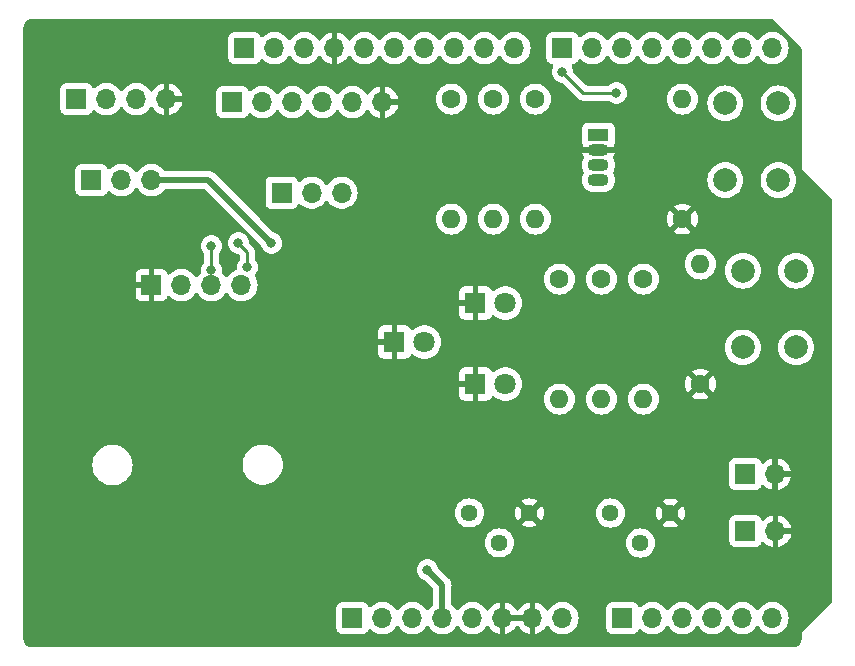
<source format=gbr>
%TF.GenerationSoftware,KiCad,Pcbnew,7.0.1*%
%TF.CreationDate,2024-01-27T23:50:39-07:00*%
%TF.ProjectId,Uno_Shield_PhaseB,556e6f5f-5368-4696-956c-645f50686173,rev?*%
%TF.SameCoordinates,Original*%
%TF.FileFunction,Copper,L2,Bot*%
%TF.FilePolarity,Positive*%
%FSLAX46Y46*%
G04 Gerber Fmt 4.6, Leading zero omitted, Abs format (unit mm)*
G04 Created by KiCad (PCBNEW 7.0.1) date 2024-01-27 23:50:39*
%MOMM*%
%LPD*%
G01*
G04 APERTURE LIST*
%TA.AperFunction,ComponentPad*%
%ADD10R,1.800000X1.070000*%
%TD*%
%TA.AperFunction,ComponentPad*%
%ADD11O,1.800000X1.070000*%
%TD*%
%TA.AperFunction,ComponentPad*%
%ADD12C,1.440000*%
%TD*%
%TA.AperFunction,ComponentPad*%
%ADD13R,1.700000X1.700000*%
%TD*%
%TA.AperFunction,ComponentPad*%
%ADD14O,1.700000X1.700000*%
%TD*%
%TA.AperFunction,ComponentPad*%
%ADD15C,1.600000*%
%TD*%
%TA.AperFunction,ComponentPad*%
%ADD16O,1.600000X1.600000*%
%TD*%
%TA.AperFunction,ComponentPad*%
%ADD17C,2.000000*%
%TD*%
%TA.AperFunction,ComponentPad*%
%ADD18R,1.800000X1.800000*%
%TD*%
%TA.AperFunction,ComponentPad*%
%ADD19C,1.800000*%
%TD*%
%TA.AperFunction,ViaPad*%
%ADD20C,0.800000*%
%TD*%
%TA.AperFunction,Conductor*%
%ADD21C,0.254000*%
%TD*%
%TA.AperFunction,Conductor*%
%ADD22C,0.508000*%
%TD*%
G04 APERTURE END LIST*
D10*
%TO.P,D5,2,RA*%
%TO.N,Net-(D5-RA)*%
X148768000Y-56566000D03*
D11*
%TO.P,D5,1,K*%
%TO.N,GND*%
X148768000Y-57836000D03*
%TO.P,D5,3,GA*%
%TO.N,Net-(D5-GA)*%
X148768000Y-59106000D03*
%TO.P,D5,4,BA*%
%TO.N,Net-(D5-BA)*%
X148768000Y-60376000D03*
%TD*%
D12*
%TO.P,RV2,1,1*%
%TO.N,+5V*%
X149784000Y-88570000D03*
%TO.P,RV2,2,2*%
%TO.N,POT_2*%
X152324000Y-91110000D03*
%TO.P,RV2,3,3*%
%TO.N,GND*%
X154864000Y-88570000D03*
%TD*%
%TO.P,RV1,1,1*%
%TO.N,+5V*%
X137846000Y-88555000D03*
%TO.P,RV1,2,2*%
%TO.N,POT_1*%
X140386000Y-91095000D03*
%TO.P,RV1,3,3*%
%TO.N,GND*%
X142926000Y-88555000D03*
%TD*%
D13*
%TO.P,J4,1,Pin_1*%
%TO.N,GREEN_LED*%
X145720000Y-49200000D03*
D14*
%TO.P,J4,2,Pin_2*%
%TO.N,RGB_GREEN*%
X148260000Y-49200000D03*
%TO.P,J4,3,Pin_3*%
%TO.N,RGB_BLUE*%
X150800000Y-49200000D03*
%TO.P,J4,4,Pin_4*%
%TO.N,RED_LED*%
X153340000Y-49200000D03*
%TO.P,J4,5,Pin_5*%
%TO.N,BUTTON_2*%
X155880000Y-49200000D03*
%TO.P,J4,6,Pin_6*%
%TO.N,BUTTON_1*%
X158420000Y-49200000D03*
%TO.P,J4,7,Pin_7*%
%TO.N,/TX{slash}1*%
X160960000Y-49200000D03*
%TO.P,J4,8,Pin_8*%
%TO.N,/RX{slash}0*%
X163500000Y-49200000D03*
%TD*%
D13*
%TO.P,J3,1,Pin_1*%
%TO.N,POT_1*%
X150800000Y-97460000D03*
D14*
%TO.P,J3,2,Pin_2*%
%TO.N,POT_2*%
X153340000Y-97460000D03*
%TO.P,J3,3,Pin_3*%
%TO.N,A2*%
X155880000Y-97460000D03*
%TO.P,J3,4,Pin_4*%
%TO.N,A3*%
X158420000Y-97460000D03*
%TO.P,J3,5,Pin_5*%
%TO.N,unconnected-(J3-Pin_5-Pad5)*%
X160960000Y-97460000D03*
%TO.P,J3,6,Pin_6*%
%TO.N,unconnected-(J3-Pin_6-Pad6)*%
X163500000Y-97460000D03*
%TD*%
D13*
%TO.P,J2,1,Pin_1*%
%TO.N,I2C_Clock*%
X118796000Y-49200000D03*
D14*
%TO.P,J2,2,Pin_2*%
%TO.N,I2C_Data*%
X121336000Y-49200000D03*
%TO.P,J2,3,Pin_3*%
%TO.N,/AREF*%
X123876000Y-49200000D03*
%TO.P,J2,4,Pin_4*%
%TO.N,GND*%
X126416000Y-49200000D03*
%TO.P,J2,5,Pin_5*%
%TO.N,SPI_SCK*%
X128956000Y-49200000D03*
%TO.P,J2,6,Pin_6*%
%TO.N,SPI_MISO*%
X131496000Y-49200000D03*
%TO.P,J2,7,Pin_7*%
%TO.N,SPI_MOSI*%
X134036000Y-49200000D03*
%TO.P,J2,8,Pin_8*%
%TO.N,SPI_SS*%
X136576000Y-49200000D03*
%TO.P,J2,9,Pin_9*%
%TO.N,RGB_RED*%
X139116000Y-49200000D03*
%TO.P,J2,10,Pin_10*%
%TO.N,BLUE_LED*%
X141656000Y-49200000D03*
%TD*%
D13*
%TO.P,J1,1,Pin_1*%
%TO.N,unconnected-(J1-Pin_1-Pad1)*%
X127940000Y-97460000D03*
D14*
%TO.P,J1,2,Pin_2*%
%TO.N,/IOREF*%
X130480000Y-97460000D03*
%TO.P,J1,3,Pin_3*%
%TO.N,/~{RESET}*%
X133020000Y-97460000D03*
%TO.P,J1,4,Pin_4*%
%TO.N,+3V3*%
X135560000Y-97460000D03*
%TO.P,J1,5,Pin_5*%
%TO.N,+5V*%
X138100000Y-97460000D03*
%TO.P,J1,6,Pin_6*%
%TO.N,GND*%
X140640000Y-97460000D03*
%TO.P,J1,7,Pin_7*%
X143180000Y-97460000D03*
%TO.P,J1,8,Pin_8*%
%TO.N,VCC*%
X145720000Y-97460000D03*
%TD*%
D15*
%TO.P,R10,1*%
%TO.N,GND*%
X157404000Y-77648000D03*
D16*
%TO.P,R10,2*%
%TO.N,BUTTON_2*%
X157404000Y-67488000D03*
%TD*%
D15*
%TO.P,R4,1*%
%TO.N,GND*%
X155880000Y-63678000D03*
D16*
%TO.P,R4,2*%
%TO.N,BUTTON_1*%
X155880000Y-53518000D03*
%TD*%
D15*
%TO.P,R3,1*%
%TO.N,BLUE_LED*%
X145466000Y-68758000D03*
D16*
%TO.P,R3,2*%
%TO.N,Net-(D3-A)*%
X145466000Y-78918000D03*
%TD*%
D15*
%TO.P,R2,1*%
%TO.N,GREEN_LED*%
X149022000Y-68758000D03*
D16*
%TO.P,R2,2*%
%TO.N,Net-(D2-A)*%
X149022000Y-78918000D03*
%TD*%
D15*
%TO.P,R1,1*%
%TO.N,RED_LED*%
X152578000Y-68758000D03*
D16*
%TO.P,R1,2*%
%TO.N,Net-(D1-A)*%
X152578000Y-78918000D03*
%TD*%
D15*
%TO.P,R13,1*%
%TO.N,RGB_RED*%
X136322000Y-53518000D03*
D16*
%TO.P,R13,2*%
%TO.N,Net-(D5-RA)*%
X136322000Y-63678000D03*
%TD*%
D15*
%TO.P,R12,1*%
%TO.N,RGB_GREEN*%
X139878000Y-53518000D03*
D16*
%TO.P,R12,2*%
%TO.N,Net-(D5-GA)*%
X139878000Y-63678000D03*
%TD*%
D15*
%TO.P,R11,1*%
%TO.N,RGB_BLUE*%
X143434000Y-53518000D03*
D16*
%TO.P,R11,2*%
%TO.N,Net-(D5-BA)*%
X143434000Y-63678000D03*
%TD*%
D17*
%TO.P,SW3,1,A*%
%TO.N,BUTTON_2*%
X160996000Y-74548000D03*
X160996000Y-68048000D03*
%TO.P,SW3,2,B*%
%TO.N,+5V*%
X165496000Y-74548000D03*
X165496000Y-68048000D03*
%TD*%
%TO.P,SW1,2,B*%
%TO.N,+5V*%
X164008000Y-53876000D03*
X164008000Y-60376000D03*
%TO.P,SW1,1,A*%
%TO.N,BUTTON_1*%
X159508000Y-53876000D03*
X159508000Y-60376000D03*
%TD*%
D14*
%TO.P,J11,4,Pin_4*%
%TO.N,I2C_Data*%
X118542000Y-69266000D03*
%TO.P,J11,3,Pin_3*%
%TO.N,I2C_Clock*%
X116002000Y-69266000D03*
%TO.P,J11,2,Pin_2*%
%TO.N,+5V*%
X113462000Y-69266000D03*
D13*
%TO.P,J11,1,Pin_1*%
%TO.N,GND*%
X110922000Y-69266000D03*
%TD*%
%TO.P,J10,1,Pin_1*%
%TO.N,+5V*%
X121941000Y-61452000D03*
D14*
%TO.P,J10,2,Pin_2*%
%TO.N,SPI_Vcc*%
X124481000Y-61452000D03*
%TO.P,J10,3,Pin_3*%
%TO.N,+3V3*%
X127021000Y-61452000D03*
%TD*%
%TO.P,J9,3,Pin_3*%
%TO.N,+3V3*%
X110922000Y-60376000D03*
%TO.P,J9,2,Pin_2*%
%TO.N,I2C_Vcc*%
X108382000Y-60376000D03*
D13*
%TO.P,J9,1,Pin_1*%
%TO.N,+5V*%
X105842000Y-60376000D03*
%TD*%
D14*
%TO.P,J8,4,Pin_4*%
%TO.N,GND*%
X112192000Y-53518000D03*
%TO.P,J8,3,Pin_3*%
%TO.N,I2C_Data*%
X109652000Y-53518000D03*
%TO.P,J8,2,Pin_2*%
%TO.N,I2C_Clock*%
X107112000Y-53518000D03*
D13*
%TO.P,J8,1,Pin_1*%
%TO.N,I2C_Vcc*%
X104572000Y-53518000D03*
%TD*%
D14*
%TO.P,J7,6,Pin_6*%
%TO.N,GND*%
X130480000Y-53772000D03*
%TO.P,J7,5,Pin_5*%
%TO.N,SPI_SS*%
X127940000Y-53772000D03*
%TO.P,J7,4,Pin_4*%
%TO.N,SPI_MOSI*%
X125400000Y-53772000D03*
%TO.P,J7,3,Pin_3*%
%TO.N,SPI_MISO*%
X122860000Y-53772000D03*
%TO.P,J7,2,Pin_2*%
%TO.N,SPI_SCK*%
X120320000Y-53772000D03*
D13*
%TO.P,J7,1,Pin_1*%
%TO.N,SPI_Vcc*%
X117780000Y-53772000D03*
%TD*%
%TO.P,J6,1,Pin_1*%
%TO.N,A3*%
X161214000Y-90094000D03*
D14*
%TO.P,J6,2,Pin_2*%
%TO.N,GND*%
X163754000Y-90094000D03*
%TD*%
D13*
%TO.P,J5,1,Pin_1*%
%TO.N,A2*%
X161209000Y-85268000D03*
D14*
%TO.P,J5,2,Pin_2*%
%TO.N,GND*%
X163749000Y-85268000D03*
%TD*%
D18*
%TO.P,D3,1,K*%
%TO.N,GND*%
X131496000Y-74092000D03*
D19*
%TO.P,D3,2,A*%
%TO.N,Net-(D3-A)*%
X134036000Y-74092000D03*
%TD*%
D18*
%TO.P,D2,1,K*%
%TO.N,GND*%
X138354000Y-77648000D03*
D19*
%TO.P,D2,2,A*%
%TO.N,Net-(D2-A)*%
X140894000Y-77648000D03*
%TD*%
%TO.P,D1,2,A*%
%TO.N,Net-(D1-A)*%
X140894000Y-70790000D03*
D18*
%TO.P,D1,1,K*%
%TO.N,GND*%
X138354000Y-70790000D03*
%TD*%
D20*
%TO.N,GREEN_LED*%
X150292000Y-53010000D03*
X145720000Y-51232000D03*
%TO.N,+3V3*%
X121082000Y-65710000D03*
%TO.N,I2C_Data*%
X118288000Y-65710000D03*
X119050000Y-67742000D03*
%TO.N,I2C_Clock*%
X116002000Y-65964000D03*
X116002000Y-67996000D03*
%TO.N,+3V3*%
X134290000Y-93396000D03*
%TD*%
D21*
%TO.N,GREEN_LED*%
X147498000Y-53010000D02*
X145720000Y-51232000D01*
X150292000Y-53010000D02*
X147498000Y-53010000D01*
D22*
%TO.N,+3V3*%
X115748000Y-60376000D02*
X121082000Y-65710000D01*
X110922000Y-60376000D02*
X115748000Y-60376000D01*
D21*
%TO.N,I2C_Data*%
X119050000Y-66472000D02*
X118288000Y-65710000D01*
X119050000Y-67742000D02*
X119050000Y-66472000D01*
%TO.N,I2C_Clock*%
X116002000Y-67996000D02*
X116002000Y-65964000D01*
D22*
%TO.N,+3V3*%
X135560000Y-97460000D02*
X135560000Y-94666000D01*
X135560000Y-94666000D02*
X134290000Y-93396000D01*
%TD*%
%TA.AperFunction,Conductor*%
%TO.N,GND*%
G36*
X163464818Y-46744939D02*
G01*
X163505046Y-46771819D01*
X165928181Y-49194954D01*
X165955061Y-49235182D01*
X165964500Y-49282635D01*
X165964500Y-59315015D01*
X165961962Y-59334287D01*
X165964028Y-59357896D01*
X165964500Y-59368703D01*
X165964500Y-59381116D01*
X165967075Y-59392733D01*
X165967182Y-59393956D01*
X165971651Y-59403541D01*
X165978451Y-59411644D01*
X165978452Y-59411645D01*
X165979500Y-59412250D01*
X166005185Y-59431958D01*
X168468181Y-61894954D01*
X168495061Y-61935182D01*
X168504500Y-61982635D01*
X168504500Y-96107364D01*
X168495061Y-96154817D01*
X168468181Y-96195045D01*
X166018418Y-98644806D01*
X166003001Y-98656636D01*
X165987760Y-98674799D01*
X165980463Y-98682762D01*
X165971683Y-98691542D01*
X165965290Y-98701577D01*
X165964501Y-98702516D01*
X165960880Y-98712464D01*
X165959959Y-98722996D01*
X165960275Y-98724174D01*
X165964500Y-98756268D01*
X165964500Y-99231907D01*
X165963903Y-99244062D01*
X165952505Y-99359778D01*
X165947763Y-99383618D01*
X165917832Y-99482290D01*
X165915789Y-99489024D01*
X165906486Y-99511482D01*
X165854561Y-99608627D01*
X165841056Y-99628839D01*
X165771176Y-99713988D01*
X165753988Y-99731176D01*
X165668839Y-99801056D01*
X165648627Y-99814561D01*
X165551482Y-99866486D01*
X165529028Y-99875787D01*
X165487028Y-99888528D01*
X165423618Y-99907763D01*
X165399778Y-99912505D01*
X165291162Y-99923203D01*
X165284060Y-99923903D01*
X165271907Y-99924500D01*
X100768093Y-99924500D01*
X100755939Y-99923903D01*
X100747995Y-99923120D01*
X100640221Y-99912505D01*
X100616381Y-99907763D01*
X100599445Y-99902625D01*
X100510968Y-99875786D01*
X100488517Y-99866486D01*
X100391372Y-99814561D01*
X100371160Y-99801056D01*
X100286011Y-99731176D01*
X100268823Y-99713988D01*
X100198943Y-99628839D01*
X100185438Y-99608627D01*
X100133510Y-99511476D01*
X100124215Y-99489037D01*
X100092234Y-99383612D01*
X100087494Y-99359777D01*
X100076097Y-99244061D01*
X100075500Y-99231907D01*
X100075500Y-98358634D01*
X126581500Y-98358634D01*
X126588011Y-98419205D01*
X126639110Y-98556203D01*
X126726738Y-98673261D01*
X126843796Y-98760889D01*
X126980794Y-98811988D01*
X126980797Y-98811988D01*
X126980799Y-98811989D01*
X127041362Y-98818500D01*
X128838634Y-98818500D01*
X128838638Y-98818500D01*
X128899201Y-98811989D01*
X128899203Y-98811988D01*
X128899205Y-98811988D01*
X128981097Y-98781443D01*
X129036204Y-98760889D01*
X129153261Y-98673261D01*
X129240889Y-98556204D01*
X129286137Y-98434889D01*
X129322089Y-98383677D01*
X129378471Y-98356539D01*
X129440925Y-98360387D01*
X129493548Y-98394241D01*
X129530969Y-98434890D01*
X129556760Y-98462906D01*
X129734424Y-98601189D01*
X129932426Y-98708342D01*
X130145365Y-98781444D01*
X130367431Y-98818500D01*
X130592569Y-98818500D01*
X130814635Y-98781444D01*
X131027574Y-98708342D01*
X131225576Y-98601189D01*
X131403240Y-98462906D01*
X131555722Y-98297268D01*
X131646190Y-98158795D01*
X131690982Y-98117561D01*
X131750000Y-98102616D01*
X131809018Y-98117561D01*
X131853809Y-98158795D01*
X131944278Y-98297268D01*
X132096760Y-98462906D01*
X132274424Y-98601189D01*
X132472426Y-98708342D01*
X132685365Y-98781444D01*
X132907431Y-98818500D01*
X133132569Y-98818500D01*
X133354635Y-98781444D01*
X133567574Y-98708342D01*
X133765576Y-98601189D01*
X133943240Y-98462906D01*
X134095722Y-98297268D01*
X134186190Y-98158795D01*
X134230982Y-98117561D01*
X134290000Y-98102616D01*
X134349018Y-98117561D01*
X134393809Y-98158795D01*
X134484278Y-98297268D01*
X134636760Y-98462906D01*
X134814424Y-98601189D01*
X135012426Y-98708342D01*
X135225365Y-98781444D01*
X135447431Y-98818500D01*
X135672569Y-98818500D01*
X135894635Y-98781444D01*
X136107574Y-98708342D01*
X136305576Y-98601189D01*
X136483240Y-98462906D01*
X136635722Y-98297268D01*
X136726190Y-98158795D01*
X136770982Y-98117561D01*
X136830000Y-98102616D01*
X136889018Y-98117561D01*
X136933809Y-98158795D01*
X137024278Y-98297268D01*
X137176760Y-98462906D01*
X137354424Y-98601189D01*
X137552426Y-98708342D01*
X137765365Y-98781444D01*
X137987431Y-98818500D01*
X138212569Y-98818500D01*
X138434635Y-98781444D01*
X138647574Y-98708342D01*
X138845576Y-98601189D01*
X139023240Y-98462906D01*
X139175722Y-98297268D01*
X139269748Y-98153349D01*
X139313663Y-98112595D01*
X139371562Y-98097188D01*
X139429926Y-98110726D01*
X139475131Y-98150048D01*
X139601892Y-98331080D01*
X139768918Y-98498106D01*
X139962423Y-98633600D01*
X140176507Y-98733430D01*
X140389999Y-98790635D01*
X140390000Y-98790636D01*
X140390000Y-97710000D01*
X140890000Y-97710000D01*
X140890000Y-98790635D01*
X141103492Y-98733430D01*
X141317576Y-98633600D01*
X141511081Y-98498106D01*
X141678106Y-98331081D01*
X141808425Y-98144968D01*
X141852743Y-98106103D01*
X141910000Y-98092092D01*
X141967257Y-98106103D01*
X142011575Y-98144968D01*
X142141893Y-98331081D01*
X142308918Y-98498106D01*
X142502423Y-98633600D01*
X142716507Y-98733430D01*
X142929999Y-98790635D01*
X142930000Y-98790636D01*
X142930000Y-98790635D01*
X143430000Y-98790635D01*
X143643492Y-98733430D01*
X143857576Y-98633600D01*
X144051081Y-98498106D01*
X144218106Y-98331081D01*
X144344868Y-98150048D01*
X144390072Y-98110726D01*
X144448436Y-98097188D01*
X144506335Y-98112595D01*
X144550252Y-98153351D01*
X144644276Y-98297267D01*
X144723824Y-98383677D01*
X144796760Y-98462906D01*
X144974424Y-98601189D01*
X145172426Y-98708342D01*
X145385365Y-98781444D01*
X145607431Y-98818500D01*
X145832569Y-98818500D01*
X146054635Y-98781444D01*
X146267574Y-98708342D01*
X146465576Y-98601189D01*
X146643240Y-98462906D01*
X146739230Y-98358634D01*
X149441500Y-98358634D01*
X149448011Y-98419205D01*
X149499110Y-98556203D01*
X149586738Y-98673261D01*
X149703796Y-98760889D01*
X149840794Y-98811988D01*
X149840797Y-98811988D01*
X149840799Y-98811989D01*
X149901362Y-98818500D01*
X151698634Y-98818500D01*
X151698638Y-98818500D01*
X151759201Y-98811989D01*
X151759203Y-98811988D01*
X151759205Y-98811988D01*
X151841097Y-98781443D01*
X151896204Y-98760889D01*
X152013261Y-98673261D01*
X152100889Y-98556204D01*
X152146137Y-98434889D01*
X152182089Y-98383677D01*
X152238471Y-98356539D01*
X152300925Y-98360387D01*
X152353548Y-98394241D01*
X152390969Y-98434890D01*
X152416760Y-98462906D01*
X152594424Y-98601189D01*
X152792426Y-98708342D01*
X153005365Y-98781444D01*
X153227431Y-98818500D01*
X153452569Y-98818500D01*
X153674635Y-98781444D01*
X153887574Y-98708342D01*
X154085576Y-98601189D01*
X154263240Y-98462906D01*
X154415722Y-98297268D01*
X154506190Y-98158795D01*
X154550982Y-98117561D01*
X154610000Y-98102616D01*
X154669018Y-98117561D01*
X154713809Y-98158795D01*
X154804278Y-98297268D01*
X154956760Y-98462906D01*
X155134424Y-98601189D01*
X155332426Y-98708342D01*
X155545365Y-98781444D01*
X155767431Y-98818500D01*
X155992569Y-98818500D01*
X156214635Y-98781444D01*
X156427574Y-98708342D01*
X156625576Y-98601189D01*
X156803240Y-98462906D01*
X156955722Y-98297268D01*
X157046190Y-98158795D01*
X157090982Y-98117561D01*
X157150000Y-98102616D01*
X157209018Y-98117561D01*
X157253809Y-98158795D01*
X157344278Y-98297268D01*
X157496760Y-98462906D01*
X157674424Y-98601189D01*
X157872426Y-98708342D01*
X158085365Y-98781444D01*
X158307431Y-98818500D01*
X158532569Y-98818500D01*
X158754635Y-98781444D01*
X158967574Y-98708342D01*
X159165576Y-98601189D01*
X159343240Y-98462906D01*
X159495722Y-98297268D01*
X159586190Y-98158795D01*
X159630982Y-98117561D01*
X159690000Y-98102616D01*
X159749018Y-98117561D01*
X159793809Y-98158795D01*
X159884278Y-98297268D01*
X160036760Y-98462906D01*
X160214424Y-98601189D01*
X160412426Y-98708342D01*
X160625365Y-98781444D01*
X160847431Y-98818500D01*
X161072569Y-98818500D01*
X161294635Y-98781444D01*
X161507574Y-98708342D01*
X161705576Y-98601189D01*
X161883240Y-98462906D01*
X162035722Y-98297268D01*
X162126190Y-98158795D01*
X162170982Y-98117561D01*
X162230000Y-98102616D01*
X162289018Y-98117561D01*
X162333809Y-98158795D01*
X162424278Y-98297268D01*
X162576760Y-98462906D01*
X162754424Y-98601189D01*
X162952426Y-98708342D01*
X163165365Y-98781444D01*
X163387431Y-98818500D01*
X163612569Y-98818500D01*
X163834635Y-98781444D01*
X164047574Y-98708342D01*
X164245576Y-98601189D01*
X164423240Y-98462906D01*
X164575722Y-98297268D01*
X164698860Y-98108791D01*
X164789296Y-97902616D01*
X164844564Y-97684368D01*
X164863156Y-97460000D01*
X164844564Y-97235632D01*
X164789296Y-97017384D01*
X164698860Y-96811209D01*
X164575722Y-96622732D01*
X164423240Y-96457094D01*
X164245576Y-96318811D01*
X164047574Y-96211658D01*
X164047573Y-96211657D01*
X164047572Y-96211657D01*
X163834636Y-96138556D01*
X163612569Y-96101500D01*
X163387431Y-96101500D01*
X163165363Y-96138556D01*
X162952427Y-96211657D01*
X162754424Y-96318811D01*
X162576760Y-96457094D01*
X162424279Y-96622730D01*
X162333809Y-96761205D01*
X162289017Y-96802438D01*
X162230000Y-96817383D01*
X162170983Y-96802438D01*
X162126191Y-96761205D01*
X162035723Y-96622734D01*
X162035722Y-96622732D01*
X161883240Y-96457094D01*
X161705576Y-96318811D01*
X161507574Y-96211658D01*
X161507573Y-96211657D01*
X161507572Y-96211657D01*
X161294636Y-96138556D01*
X161072569Y-96101500D01*
X160847431Y-96101500D01*
X160625363Y-96138556D01*
X160412427Y-96211657D01*
X160214424Y-96318811D01*
X160036760Y-96457094D01*
X159884279Y-96622730D01*
X159793809Y-96761205D01*
X159749017Y-96802438D01*
X159690000Y-96817383D01*
X159630983Y-96802438D01*
X159586191Y-96761205D01*
X159495723Y-96622734D01*
X159495722Y-96622732D01*
X159343240Y-96457094D01*
X159165576Y-96318811D01*
X158967574Y-96211658D01*
X158967573Y-96211657D01*
X158967572Y-96211657D01*
X158754636Y-96138556D01*
X158532569Y-96101500D01*
X158307431Y-96101500D01*
X158085363Y-96138556D01*
X157872427Y-96211657D01*
X157674424Y-96318811D01*
X157496760Y-96457094D01*
X157344279Y-96622730D01*
X157253809Y-96761205D01*
X157209017Y-96802438D01*
X157150000Y-96817383D01*
X157090983Y-96802438D01*
X157046191Y-96761205D01*
X156955723Y-96622734D01*
X156955722Y-96622732D01*
X156803240Y-96457094D01*
X156625576Y-96318811D01*
X156427574Y-96211658D01*
X156427573Y-96211657D01*
X156427572Y-96211657D01*
X156214636Y-96138556D01*
X155992569Y-96101500D01*
X155767431Y-96101500D01*
X155545363Y-96138556D01*
X155332427Y-96211657D01*
X155134424Y-96318811D01*
X154956760Y-96457094D01*
X154804279Y-96622730D01*
X154713809Y-96761205D01*
X154669017Y-96802438D01*
X154610000Y-96817383D01*
X154550983Y-96802438D01*
X154506191Y-96761205D01*
X154415723Y-96622734D01*
X154415722Y-96622732D01*
X154263240Y-96457094D01*
X154085576Y-96318811D01*
X153887574Y-96211658D01*
X153887573Y-96211657D01*
X153887572Y-96211657D01*
X153674636Y-96138556D01*
X153452569Y-96101500D01*
X153227431Y-96101500D01*
X153005363Y-96138556D01*
X152792427Y-96211657D01*
X152594424Y-96318811D01*
X152416759Y-96457094D01*
X152353548Y-96525759D01*
X152300924Y-96559612D01*
X152238470Y-96563460D01*
X152182089Y-96536322D01*
X152146138Y-96485110D01*
X152121427Y-96418861D01*
X152100889Y-96363796D01*
X152077075Y-96331984D01*
X152013261Y-96246738D01*
X151896203Y-96159110D01*
X151759205Y-96108011D01*
X151728919Y-96104755D01*
X151698638Y-96101500D01*
X149901362Y-96101500D01*
X149874445Y-96104393D01*
X149840794Y-96108011D01*
X149703796Y-96159110D01*
X149586738Y-96246738D01*
X149499110Y-96363796D01*
X149448011Y-96500794D01*
X149444393Y-96534445D01*
X149441689Y-96559612D01*
X149441500Y-96561366D01*
X149441500Y-98358634D01*
X146739230Y-98358634D01*
X146795722Y-98297268D01*
X146918860Y-98108791D01*
X147009296Y-97902616D01*
X147064564Y-97684368D01*
X147083156Y-97460000D01*
X147064564Y-97235632D01*
X147009296Y-97017384D01*
X146918860Y-96811209D01*
X146795722Y-96622732D01*
X146643240Y-96457094D01*
X146465576Y-96318811D01*
X146267574Y-96211658D01*
X146267573Y-96211657D01*
X146267572Y-96211657D01*
X146054636Y-96138556D01*
X145832569Y-96101500D01*
X145607431Y-96101500D01*
X145385363Y-96138556D01*
X145172427Y-96211657D01*
X144974424Y-96318811D01*
X144796760Y-96457094D01*
X144644275Y-96622734D01*
X144550250Y-96766650D01*
X144506334Y-96807405D01*
X144448435Y-96822812D01*
X144390071Y-96809274D01*
X144344867Y-96769951D01*
X144218109Y-96588921D01*
X144051081Y-96421893D01*
X143857576Y-96286399D01*
X143643492Y-96186569D01*
X143430000Y-96129364D01*
X143430000Y-98790635D01*
X142930000Y-98790635D01*
X142930000Y-97710000D01*
X140890000Y-97710000D01*
X140390000Y-97710000D01*
X140390000Y-97210000D01*
X140890000Y-97210000D01*
X142930000Y-97210000D01*
X142930000Y-96129364D01*
X142929999Y-96129364D01*
X142716507Y-96186569D01*
X142502421Y-96286400D01*
X142308921Y-96421890D01*
X142141893Y-96588918D01*
X142011575Y-96775032D01*
X141967257Y-96813897D01*
X141910000Y-96827908D01*
X141852743Y-96813897D01*
X141808425Y-96775032D01*
X141678106Y-96588918D01*
X141511081Y-96421893D01*
X141317576Y-96286399D01*
X141103492Y-96186569D01*
X140890000Y-96129364D01*
X140890000Y-97210000D01*
X140390000Y-97210000D01*
X140390000Y-96129364D01*
X140389999Y-96129364D01*
X140176507Y-96186569D01*
X139962421Y-96286400D01*
X139768921Y-96421890D01*
X139601893Y-96588918D01*
X139475132Y-96769952D01*
X139429928Y-96809274D01*
X139371564Y-96822812D01*
X139313665Y-96807405D01*
X139269748Y-96766649D01*
X139175723Y-96622732D01*
X139086451Y-96525759D01*
X139023240Y-96457094D01*
X138845576Y-96318811D01*
X138647574Y-96211658D01*
X138647573Y-96211657D01*
X138647572Y-96211657D01*
X138434636Y-96138556D01*
X138212569Y-96101500D01*
X137987431Y-96101500D01*
X137765363Y-96138556D01*
X137552427Y-96211657D01*
X137354424Y-96318811D01*
X137176760Y-96457094D01*
X137024279Y-96622730D01*
X136933809Y-96761205D01*
X136889017Y-96802438D01*
X136830000Y-96817383D01*
X136770983Y-96802438D01*
X136726191Y-96761205D01*
X136635723Y-96622734D01*
X136635722Y-96622732D01*
X136483240Y-96457094D01*
X136438014Y-96421893D01*
X136370337Y-96369217D01*
X136335099Y-96325824D01*
X136322500Y-96271364D01*
X136322500Y-94730582D01*
X136323809Y-94712612D01*
X136324447Y-94708251D01*
X136327366Y-94688327D01*
X136322972Y-94638105D01*
X136322500Y-94627298D01*
X136322500Y-94621588D01*
X136318835Y-94590237D01*
X136318472Y-94586680D01*
X136311731Y-94509633D01*
X136307382Y-94490012D01*
X136280922Y-94417316D01*
X136279736Y-94413905D01*
X136255409Y-94340486D01*
X136246656Y-94322406D01*
X136221678Y-94284430D01*
X136204140Y-94257765D01*
X136202223Y-94254756D01*
X136161595Y-94188889D01*
X136148903Y-94173310D01*
X136092640Y-94120228D01*
X136090053Y-94117715D01*
X135207063Y-93234725D01*
X135176813Y-93185362D01*
X135124527Y-93024443D01*
X135029042Y-92859058D01*
X135009442Y-92837291D01*
X134901253Y-92717134D01*
X134746752Y-92604882D01*
X134746751Y-92604881D01*
X134572285Y-92527204D01*
X134385489Y-92487500D01*
X134385487Y-92487500D01*
X134194513Y-92487500D01*
X134194511Y-92487500D01*
X134007714Y-92527204D01*
X133833248Y-92604881D01*
X133678748Y-92717133D01*
X133550957Y-92859058D01*
X133455472Y-93024443D01*
X133396458Y-93206070D01*
X133376496Y-93395999D01*
X133396458Y-93585929D01*
X133455472Y-93767556D01*
X133550957Y-93932941D01*
X133550960Y-93932944D01*
X133678747Y-94074866D01*
X133833248Y-94187118D01*
X134007712Y-94264794D01*
X134064169Y-94276794D01*
X134097550Y-94289109D01*
X134126064Y-94310402D01*
X134761181Y-94945519D01*
X134788061Y-94985747D01*
X134797500Y-95033200D01*
X134797500Y-96271364D01*
X134784901Y-96325824D01*
X134749663Y-96369217D01*
X134636760Y-96457093D01*
X134484279Y-96622730D01*
X134393809Y-96761205D01*
X134349017Y-96802438D01*
X134290000Y-96817383D01*
X134230983Y-96802438D01*
X134186191Y-96761205D01*
X134095723Y-96622734D01*
X134095722Y-96622732D01*
X133943240Y-96457094D01*
X133765576Y-96318811D01*
X133567574Y-96211658D01*
X133567573Y-96211657D01*
X133567572Y-96211657D01*
X133354636Y-96138556D01*
X133132569Y-96101500D01*
X132907431Y-96101500D01*
X132685363Y-96138556D01*
X132472427Y-96211657D01*
X132274424Y-96318811D01*
X132096760Y-96457094D01*
X131944279Y-96622730D01*
X131853809Y-96761205D01*
X131809017Y-96802438D01*
X131750000Y-96817383D01*
X131690983Y-96802438D01*
X131646191Y-96761205D01*
X131555723Y-96622734D01*
X131555722Y-96622732D01*
X131403240Y-96457094D01*
X131225576Y-96318811D01*
X131027574Y-96211658D01*
X131027573Y-96211657D01*
X131027572Y-96211657D01*
X130814636Y-96138556D01*
X130592569Y-96101500D01*
X130367431Y-96101500D01*
X130145363Y-96138556D01*
X129932427Y-96211657D01*
X129734424Y-96318811D01*
X129556759Y-96457094D01*
X129493548Y-96525759D01*
X129440924Y-96559612D01*
X129378470Y-96563460D01*
X129322089Y-96536322D01*
X129286138Y-96485110D01*
X129261427Y-96418861D01*
X129240889Y-96363796D01*
X129217075Y-96331984D01*
X129153261Y-96246738D01*
X129036203Y-96159110D01*
X128899205Y-96108011D01*
X128868919Y-96104755D01*
X128838638Y-96101500D01*
X127041362Y-96101500D01*
X127014445Y-96104393D01*
X126980794Y-96108011D01*
X126843796Y-96159110D01*
X126726738Y-96246738D01*
X126639110Y-96363796D01*
X126588011Y-96500794D01*
X126584393Y-96534445D01*
X126581689Y-96559612D01*
X126581500Y-96561366D01*
X126581500Y-98358634D01*
X100075500Y-98358634D01*
X100075500Y-91094999D01*
X139152806Y-91094999D01*
X139171541Y-91309139D01*
X139227178Y-91516778D01*
X139234173Y-91531778D01*
X139318024Y-91711597D01*
X139441319Y-91887681D01*
X139593319Y-92039681D01*
X139769403Y-92162976D01*
X139964223Y-92253822D01*
X140171858Y-92309458D01*
X140314619Y-92321947D01*
X140385999Y-92328193D01*
X140385999Y-92328192D01*
X140386000Y-92328193D01*
X140600142Y-92309458D01*
X140807777Y-92253822D01*
X141002597Y-92162976D01*
X141178681Y-92039681D01*
X141330681Y-91887681D01*
X141453976Y-91711597D01*
X141544822Y-91516777D01*
X141600458Y-91309142D01*
X141617881Y-91109999D01*
X151090806Y-91109999D01*
X151109541Y-91324139D01*
X151161158Y-91516777D01*
X151165178Y-91531777D01*
X151256024Y-91726597D01*
X151379319Y-91902681D01*
X151531319Y-92054681D01*
X151707403Y-92177976D01*
X151902223Y-92268822D01*
X152109858Y-92324458D01*
X152324000Y-92343193D01*
X152538142Y-92324458D01*
X152745777Y-92268822D01*
X152940597Y-92177976D01*
X153116681Y-92054681D01*
X153268681Y-91902681D01*
X153391976Y-91726597D01*
X153482822Y-91531777D01*
X153538458Y-91324142D01*
X153557193Y-91110000D01*
X153546925Y-90992638D01*
X159855500Y-90992638D01*
X159858041Y-91016272D01*
X159862011Y-91053205D01*
X159913110Y-91190203D01*
X160000738Y-91307261D01*
X160117796Y-91394889D01*
X160254794Y-91445988D01*
X160254797Y-91445988D01*
X160254799Y-91445989D01*
X160315362Y-91452500D01*
X162112634Y-91452500D01*
X162112638Y-91452500D01*
X162173201Y-91445989D01*
X162173203Y-91445988D01*
X162173205Y-91445988D01*
X162251124Y-91416924D01*
X162310204Y-91394889D01*
X162427261Y-91307261D01*
X162514889Y-91190204D01*
X162563223Y-91060615D01*
X162598200Y-91010240D01*
X162653045Y-90982787D01*
X162714338Y-90984976D01*
X162767084Y-91016272D01*
X162882918Y-91132106D01*
X163076423Y-91267600D01*
X163290507Y-91367430D01*
X163503999Y-91424635D01*
X163504000Y-91424636D01*
X163504000Y-90344000D01*
X164004000Y-90344000D01*
X164004000Y-91424635D01*
X164217492Y-91367430D01*
X164431576Y-91267600D01*
X164625081Y-91132106D01*
X164792106Y-90965081D01*
X164927600Y-90771576D01*
X165027430Y-90557492D01*
X165084636Y-90344000D01*
X164004000Y-90344000D01*
X163504000Y-90344000D01*
X163504000Y-88763364D01*
X164004000Y-88763364D01*
X164004000Y-89844000D01*
X165084636Y-89844000D01*
X165084635Y-89843999D01*
X165027430Y-89630507D01*
X164927599Y-89416421D01*
X164792109Y-89222921D01*
X164625081Y-89055893D01*
X164431576Y-88920399D01*
X164217492Y-88820569D01*
X164004000Y-88763364D01*
X163504000Y-88763364D01*
X163503999Y-88763364D01*
X163290507Y-88820569D01*
X163076421Y-88920400D01*
X162882924Y-89055888D01*
X162767084Y-89171728D01*
X162714338Y-89203023D01*
X162653045Y-89205212D01*
X162598200Y-89177759D01*
X162563222Y-89127382D01*
X162514889Y-88997796D01*
X162510383Y-88991777D01*
X162427261Y-88880738D01*
X162310203Y-88793110D01*
X162173205Y-88742011D01*
X162142919Y-88738755D01*
X162112638Y-88735500D01*
X160315362Y-88735500D01*
X160288445Y-88738393D01*
X160254794Y-88742011D01*
X160117796Y-88793110D01*
X160000738Y-88880738D01*
X159913110Y-88997796D01*
X159862011Y-89134794D01*
X159858514Y-89167325D01*
X159855500Y-89195362D01*
X159855500Y-90992638D01*
X153546925Y-90992638D01*
X153538458Y-90895858D01*
X153482822Y-90688223D01*
X153391976Y-90493404D01*
X153381472Y-90478402D01*
X153268683Y-90317321D01*
X153253679Y-90302317D01*
X153116681Y-90165319D01*
X152940597Y-90042024D01*
X152745778Y-89951178D01*
X152538139Y-89895541D01*
X152323999Y-89876806D01*
X152109860Y-89895541D01*
X151902221Y-89951178D01*
X151707402Y-90042024D01*
X151531317Y-90165319D01*
X151379319Y-90317317D01*
X151256024Y-90493402D01*
X151165178Y-90688221D01*
X151109541Y-90895860D01*
X151090806Y-91109999D01*
X141617881Y-91109999D01*
X141619193Y-91095000D01*
X141600458Y-90880858D01*
X141544822Y-90673223D01*
X141453976Y-90478404D01*
X141453975Y-90478402D01*
X141330683Y-90302321D01*
X141330679Y-90302317D01*
X141178681Y-90150319D01*
X141002597Y-90027024D01*
X140839945Y-89951178D01*
X140807778Y-89936178D01*
X140600139Y-89880541D01*
X140385999Y-89861806D01*
X140171860Y-89880541D01*
X139964221Y-89936178D01*
X139769402Y-90027024D01*
X139593317Y-90150319D01*
X139441319Y-90302317D01*
X139318024Y-90478402D01*
X139227178Y-90673221D01*
X139171541Y-90880860D01*
X139152806Y-91094999D01*
X100075500Y-91094999D01*
X100075500Y-88555000D01*
X136612806Y-88555000D01*
X136631541Y-88769139D01*
X136687178Y-88976778D01*
X136696979Y-88997796D01*
X136778024Y-89171597D01*
X136901319Y-89347681D01*
X137053319Y-89499681D01*
X137229403Y-89622976D01*
X137424223Y-89713822D01*
X137631858Y-89769458D01*
X137774619Y-89781947D01*
X137845999Y-89788193D01*
X137845999Y-89788192D01*
X137846000Y-89788193D01*
X138060142Y-89769458D01*
X138267777Y-89713822D01*
X138462597Y-89622976D01*
X138528853Y-89576583D01*
X142257967Y-89576583D01*
X142313670Y-89615587D01*
X142507138Y-89705802D01*
X142713342Y-89761055D01*
X142926000Y-89779660D01*
X143138657Y-89761055D01*
X143344861Y-89705802D01*
X143538325Y-89615589D01*
X143594030Y-89576583D01*
X142926001Y-88908553D01*
X142926000Y-88908553D01*
X142257967Y-89576583D01*
X138528853Y-89576583D01*
X138638681Y-89499681D01*
X138790681Y-89347681D01*
X138913976Y-89171597D01*
X139004822Y-88976777D01*
X139060458Y-88769142D01*
X139079193Y-88555000D01*
X141701339Y-88555000D01*
X141719944Y-88767657D01*
X141775197Y-88973861D01*
X141865410Y-89167326D01*
X141904415Y-89223030D01*
X141904416Y-89223031D01*
X142572447Y-88555001D01*
X142572447Y-88555000D01*
X143279553Y-88555000D01*
X143947583Y-89223030D01*
X143986589Y-89167325D01*
X144076802Y-88973861D01*
X144132055Y-88767657D01*
X144149348Y-88570000D01*
X148550806Y-88570000D01*
X148569541Y-88784139D01*
X148625178Y-88991778D01*
X148688411Y-89127380D01*
X148716024Y-89186597D01*
X148839319Y-89362681D01*
X148991319Y-89514681D01*
X149167403Y-89637976D01*
X149362223Y-89728822D01*
X149569858Y-89784458D01*
X149784000Y-89803193D01*
X149998142Y-89784458D01*
X150205777Y-89728822D01*
X150400597Y-89637976D01*
X150466853Y-89591583D01*
X154195967Y-89591583D01*
X154251670Y-89630587D01*
X154445138Y-89720802D01*
X154651342Y-89776055D01*
X154864000Y-89794660D01*
X155076657Y-89776055D01*
X155282861Y-89720802D01*
X155476325Y-89630589D01*
X155532030Y-89591583D01*
X154864001Y-88923553D01*
X154864000Y-88923553D01*
X154195967Y-89591583D01*
X150466853Y-89591583D01*
X150576681Y-89514681D01*
X150728681Y-89362681D01*
X150851976Y-89186597D01*
X150942822Y-88991777D01*
X150998458Y-88784142D01*
X151017193Y-88570000D01*
X153639339Y-88570000D01*
X153657944Y-88782657D01*
X153713197Y-88988861D01*
X153803410Y-89182326D01*
X153842415Y-89238030D01*
X153842416Y-89238031D01*
X154510447Y-88570001D01*
X154510447Y-88570000D01*
X155217553Y-88570000D01*
X155885583Y-89238030D01*
X155924589Y-89182325D01*
X156014802Y-88988861D01*
X156070055Y-88782657D01*
X156088660Y-88570000D01*
X156070055Y-88357342D01*
X156014802Y-88151138D01*
X155924587Y-87957670D01*
X155885583Y-87901967D01*
X155217553Y-88570000D01*
X154510447Y-88570000D01*
X153842414Y-87901967D01*
X153803411Y-87957672D01*
X153713197Y-88151138D01*
X153657944Y-88357342D01*
X153639339Y-88570000D01*
X151017193Y-88570000D01*
X150998458Y-88355858D01*
X150942822Y-88148223D01*
X150851976Y-87953404D01*
X150851975Y-87953402D01*
X150728683Y-87777321D01*
X150713679Y-87762317D01*
X150576681Y-87625319D01*
X150466849Y-87548414D01*
X154195967Y-87548414D01*
X154864000Y-88216447D01*
X154864001Y-88216447D01*
X155532031Y-87548416D01*
X155532030Y-87548415D01*
X155476326Y-87509410D01*
X155282861Y-87419197D01*
X155076657Y-87363944D01*
X154864000Y-87345339D01*
X154651342Y-87363944D01*
X154445138Y-87419197D01*
X154251672Y-87509411D01*
X154195967Y-87548414D01*
X150466849Y-87548414D01*
X150400597Y-87502024D01*
X150384269Y-87494410D01*
X150205778Y-87411178D01*
X149998139Y-87355541D01*
X149784000Y-87336806D01*
X149569860Y-87355541D01*
X149362221Y-87411178D01*
X149167402Y-87502024D01*
X148991317Y-87625319D01*
X148839319Y-87777317D01*
X148716024Y-87953402D01*
X148625178Y-88148221D01*
X148569541Y-88355860D01*
X148550806Y-88570000D01*
X144149348Y-88570000D01*
X144150660Y-88555000D01*
X144132055Y-88342342D01*
X144076802Y-88136138D01*
X143986587Y-87942670D01*
X143947583Y-87886967D01*
X143279553Y-88555000D01*
X142572447Y-88555000D01*
X141904414Y-87886967D01*
X141865411Y-87942672D01*
X141775197Y-88136138D01*
X141719944Y-88342342D01*
X141701339Y-88555000D01*
X139079193Y-88555000D01*
X139060458Y-88340858D01*
X139004822Y-88133223D01*
X138913976Y-87938404D01*
X138877960Y-87886967D01*
X138790683Y-87762321D01*
X138790679Y-87762317D01*
X138638681Y-87610319D01*
X138528849Y-87533414D01*
X142257967Y-87533414D01*
X142926000Y-88201447D01*
X142926001Y-88201447D01*
X143594031Y-87533416D01*
X143594030Y-87533415D01*
X143538326Y-87494410D01*
X143344861Y-87404197D01*
X143138657Y-87348944D01*
X142926000Y-87330339D01*
X142713342Y-87348944D01*
X142507138Y-87404197D01*
X142313672Y-87494411D01*
X142257967Y-87533414D01*
X138528849Y-87533414D01*
X138462597Y-87487024D01*
X138462596Y-87487023D01*
X138267778Y-87396178D01*
X138060139Y-87340541D01*
X137846000Y-87321806D01*
X137631860Y-87340541D01*
X137424221Y-87396178D01*
X137229402Y-87487024D01*
X137053317Y-87610319D01*
X136901319Y-87762317D01*
X136778024Y-87938402D01*
X136687178Y-88133221D01*
X136631541Y-88340860D01*
X136612806Y-88555000D01*
X100075500Y-88555000D01*
X100075500Y-84506000D01*
X105913333Y-84506000D01*
X105932395Y-84760363D01*
X105989156Y-85009051D01*
X106082346Y-85246493D01*
X106190722Y-85434207D01*
X106209886Y-85467399D01*
X106368925Y-85666828D01*
X106555911Y-85840325D01*
X106766667Y-85984016D01*
X106996485Y-86094691D01*
X107240231Y-86169876D01*
X107447694Y-86201146D01*
X107492460Y-86207894D01*
X107492461Y-86207894D01*
X107747539Y-86207894D01*
X107747540Y-86207894D01*
X107785557Y-86202163D01*
X107999769Y-86169876D01*
X108243515Y-86094691D01*
X108473333Y-85984016D01*
X108684089Y-85840325D01*
X108871075Y-85666828D01*
X109030114Y-85467399D01*
X109157653Y-85246495D01*
X109250844Y-85009049D01*
X109307604Y-84760365D01*
X109326666Y-84506000D01*
X109324179Y-84472808D01*
X118630934Y-84472808D01*
X118649996Y-84727172D01*
X118706757Y-84975860D01*
X118785660Y-85176900D01*
X118799948Y-85213304D01*
X118927487Y-85434208D01*
X119086526Y-85633637D01*
X119273512Y-85807134D01*
X119484268Y-85950825D01*
X119714086Y-86061500D01*
X119957832Y-86136685D01*
X120156555Y-86166638D01*
X120210061Y-86174703D01*
X120210062Y-86174703D01*
X120465140Y-86174703D01*
X120465141Y-86174703D01*
X120518647Y-86166638D01*
X159850500Y-86166638D01*
X159853041Y-86190272D01*
X159857011Y-86227205D01*
X159908110Y-86364203D01*
X159995738Y-86481261D01*
X160112796Y-86568889D01*
X160249794Y-86619988D01*
X160249797Y-86619988D01*
X160249799Y-86619989D01*
X160310362Y-86626500D01*
X162107634Y-86626500D01*
X162107638Y-86626500D01*
X162168201Y-86619989D01*
X162168203Y-86619988D01*
X162168205Y-86619988D01*
X162246124Y-86590924D01*
X162305204Y-86568889D01*
X162422261Y-86481261D01*
X162509889Y-86364204D01*
X162558223Y-86234615D01*
X162593200Y-86184240D01*
X162648045Y-86156787D01*
X162709338Y-86158976D01*
X162762084Y-86190272D01*
X162877918Y-86306106D01*
X163071423Y-86441600D01*
X163285507Y-86541430D01*
X163498999Y-86598635D01*
X163499000Y-86598636D01*
X163499000Y-85518000D01*
X163999000Y-85518000D01*
X163999000Y-86598635D01*
X164212492Y-86541430D01*
X164426576Y-86441600D01*
X164620081Y-86306106D01*
X164787106Y-86139081D01*
X164922600Y-85945576D01*
X165022430Y-85731492D01*
X165079636Y-85518000D01*
X163999000Y-85518000D01*
X163499000Y-85518000D01*
X163499000Y-83937364D01*
X163999000Y-83937364D01*
X163999000Y-85018000D01*
X165079636Y-85018000D01*
X165079635Y-85017999D01*
X165022430Y-84804507D01*
X164922599Y-84590421D01*
X164787109Y-84396921D01*
X164620081Y-84229893D01*
X164426576Y-84094399D01*
X164212492Y-83994569D01*
X163999000Y-83937364D01*
X163499000Y-83937364D01*
X163498999Y-83937364D01*
X163285507Y-83994569D01*
X163071421Y-84094400D01*
X162877924Y-84229888D01*
X162762084Y-84345728D01*
X162709338Y-84377023D01*
X162648045Y-84379212D01*
X162593200Y-84351759D01*
X162558222Y-84301382D01*
X162509889Y-84171796D01*
X162509887Y-84171793D01*
X162422261Y-84054738D01*
X162305203Y-83967110D01*
X162168205Y-83916011D01*
X162137919Y-83912755D01*
X162107638Y-83909500D01*
X160310362Y-83909500D01*
X160283445Y-83912393D01*
X160249794Y-83916011D01*
X160112796Y-83967110D01*
X159995738Y-84054738D01*
X159908110Y-84171796D01*
X159857011Y-84308794D01*
X159853393Y-84342445D01*
X159850500Y-84369362D01*
X159850500Y-86166638D01*
X120518647Y-86166638D01*
X120717370Y-86136685D01*
X120961116Y-86061500D01*
X121190934Y-85950825D01*
X121401690Y-85807134D01*
X121588676Y-85633637D01*
X121747715Y-85434208D01*
X121875254Y-85213304D01*
X121968445Y-84975858D01*
X122025205Y-84727174D01*
X122044267Y-84472809D01*
X122025205Y-84218444D01*
X121968445Y-83969760D01*
X121967405Y-83967111D01*
X121902568Y-83801909D01*
X121875254Y-83732314D01*
X121747715Y-83511410D01*
X121588676Y-83311981D01*
X121401690Y-83138484D01*
X121190934Y-82994793D01*
X121190933Y-82994792D01*
X121190931Y-82994791D01*
X120961114Y-82884117D01*
X120717371Y-82808933D01*
X120465141Y-82770915D01*
X120465140Y-82770915D01*
X120210062Y-82770915D01*
X120210061Y-82770915D01*
X119957830Y-82808933D01*
X119714087Y-82884117D01*
X119484270Y-82994791D01*
X119273510Y-83138485D01*
X119086526Y-83311981D01*
X118927486Y-83511410D01*
X118799947Y-83732315D01*
X118706757Y-83969757D01*
X118649996Y-84218445D01*
X118630934Y-84472808D01*
X109324179Y-84472808D01*
X109307604Y-84251635D01*
X109250844Y-84002951D01*
X109237817Y-83969760D01*
X109214167Y-83909500D01*
X109157653Y-83765505D01*
X109030114Y-83544601D01*
X108871075Y-83345172D01*
X108684089Y-83171675D01*
X108473333Y-83027984D01*
X108473332Y-83027983D01*
X108473330Y-83027982D01*
X108243513Y-82917308D01*
X107999770Y-82842124D01*
X107747540Y-82804106D01*
X107747539Y-82804106D01*
X107492461Y-82804106D01*
X107492460Y-82804106D01*
X107240229Y-82842124D01*
X106996486Y-82917308D01*
X106766669Y-83027982D01*
X106555909Y-83171676D01*
X106368925Y-83345172D01*
X106209885Y-83544601D01*
X106082346Y-83765506D01*
X105989156Y-84002948D01*
X105932395Y-84251636D01*
X105913333Y-84506000D01*
X100075500Y-84506000D01*
X100075500Y-77898000D01*
X136954000Y-77898000D01*
X136954000Y-78595824D01*
X136960402Y-78655375D01*
X137010647Y-78790089D01*
X137096811Y-78905188D01*
X137211910Y-78991352D01*
X137346624Y-79041597D01*
X137406176Y-79048000D01*
X138104000Y-79048000D01*
X138604000Y-79048000D01*
X139301824Y-79048000D01*
X139361375Y-79041597D01*
X139496089Y-78991352D01*
X139611188Y-78905188D01*
X139697352Y-78790088D01*
X139722940Y-78721485D01*
X139758891Y-78670271D01*
X139815273Y-78643133D01*
X139877727Y-78646981D01*
X139930351Y-78680835D01*
X139936776Y-78687815D01*
X139936780Y-78687818D01*
X140120983Y-78831190D01*
X140326273Y-78942287D01*
X140357380Y-78952966D01*
X140547046Y-79018080D01*
X140777288Y-79056500D01*
X141010712Y-79056500D01*
X141240953Y-79018080D01*
X141351339Y-78980183D01*
X141461727Y-78942287D01*
X141506607Y-78917999D01*
X144152501Y-78917999D01*
X144172456Y-79146084D01*
X144231717Y-79367246D01*
X144328474Y-79574744D01*
X144328476Y-79574746D01*
X144328477Y-79574749D01*
X144459802Y-79762300D01*
X144621700Y-79924198D01*
X144809251Y-80055523D01*
X145016757Y-80152284D01*
X145237913Y-80211543D01*
X145466000Y-80231498D01*
X145694087Y-80211543D01*
X145915243Y-80152284D01*
X146122749Y-80055523D01*
X146310300Y-79924198D01*
X146472198Y-79762300D01*
X146603523Y-79574749D01*
X146700284Y-79367243D01*
X146759543Y-79146087D01*
X146779498Y-78918000D01*
X146779498Y-78917999D01*
X147708501Y-78917999D01*
X147728456Y-79146084D01*
X147787717Y-79367246D01*
X147884474Y-79574744D01*
X147884476Y-79574746D01*
X147884477Y-79574749D01*
X148015802Y-79762300D01*
X148177700Y-79924198D01*
X148365251Y-80055523D01*
X148572757Y-80152284D01*
X148793913Y-80211543D01*
X149022000Y-80231498D01*
X149250087Y-80211543D01*
X149471243Y-80152284D01*
X149678749Y-80055523D01*
X149866300Y-79924198D01*
X150028198Y-79762300D01*
X150159523Y-79574749D01*
X150256284Y-79367243D01*
X150315543Y-79146087D01*
X150335498Y-78918000D01*
X150335498Y-78917999D01*
X151264501Y-78917999D01*
X151284456Y-79146084D01*
X151343717Y-79367246D01*
X151440474Y-79574744D01*
X151440476Y-79574746D01*
X151440477Y-79574749D01*
X151571802Y-79762300D01*
X151733700Y-79924198D01*
X151921251Y-80055523D01*
X152128757Y-80152284D01*
X152349913Y-80211543D01*
X152578000Y-80231498D01*
X152806087Y-80211543D01*
X153027243Y-80152284D01*
X153234749Y-80055523D01*
X153422300Y-79924198D01*
X153584198Y-79762300D01*
X153715523Y-79574749D01*
X153812284Y-79367243D01*
X153871543Y-79146087D01*
X153891498Y-78918000D01*
X153874790Y-78727026D01*
X156678526Y-78727026D01*
X156751515Y-78778133D01*
X156957673Y-78874266D01*
X157177397Y-78933141D01*
X157404000Y-78952966D01*
X157630602Y-78933141D01*
X157850326Y-78874266D01*
X158056480Y-78778134D01*
X158129472Y-78727025D01*
X157404001Y-78001553D01*
X157404000Y-78001553D01*
X156678526Y-78727025D01*
X156678526Y-78727026D01*
X153874790Y-78727026D01*
X153871543Y-78689913D01*
X153812284Y-78468757D01*
X153715523Y-78261251D01*
X153584198Y-78073700D01*
X153422300Y-77911802D01*
X153234749Y-77780477D01*
X153234746Y-77780476D01*
X153234744Y-77780474D01*
X153027246Y-77683717D01*
X153027243Y-77683716D01*
X152893950Y-77648000D01*
X156099033Y-77648000D01*
X156118858Y-77874602D01*
X156177733Y-78094326D01*
X156273866Y-78300484D01*
X156324972Y-78373471D01*
X156324973Y-78373472D01*
X157050445Y-77648000D01*
X157757553Y-77648000D01*
X158483025Y-78373472D01*
X158534134Y-78300480D01*
X158630266Y-78094326D01*
X158689141Y-77874602D01*
X158708966Y-77648000D01*
X158689141Y-77421397D01*
X158630266Y-77201673D01*
X158534133Y-76995515D01*
X158483025Y-76922526D01*
X157757553Y-77647998D01*
X157757553Y-77648000D01*
X157050445Y-77648000D01*
X157050446Y-77647999D01*
X157050446Y-77647998D01*
X156324973Y-76922527D01*
X156273865Y-76995516D01*
X156177733Y-77201672D01*
X156118858Y-77421397D01*
X156099033Y-77648000D01*
X152893950Y-77648000D01*
X152893943Y-77647998D01*
X152806084Y-77624456D01*
X152578000Y-77604501D01*
X152349915Y-77624456D01*
X152128753Y-77683717D01*
X151921255Y-77780474D01*
X151733696Y-77911805D01*
X151571805Y-78073696D01*
X151571802Y-78073699D01*
X151571802Y-78073700D01*
X151506139Y-78167475D01*
X151440474Y-78261255D01*
X151343717Y-78468753D01*
X151284456Y-78689915D01*
X151264501Y-78917999D01*
X150335498Y-78917999D01*
X150315543Y-78689913D01*
X150256284Y-78468757D01*
X150159523Y-78261251D01*
X150028198Y-78073700D01*
X149866300Y-77911802D01*
X149678749Y-77780477D01*
X149678746Y-77780476D01*
X149678744Y-77780474D01*
X149471246Y-77683717D01*
X149471243Y-77683716D01*
X149337943Y-77647998D01*
X149250084Y-77624456D01*
X149022000Y-77604501D01*
X148793915Y-77624456D01*
X148572753Y-77683717D01*
X148365255Y-77780474D01*
X148177696Y-77911805D01*
X148015805Y-78073696D01*
X148015802Y-78073699D01*
X148015802Y-78073700D01*
X147950139Y-78167475D01*
X147884474Y-78261255D01*
X147787717Y-78468753D01*
X147728456Y-78689915D01*
X147708501Y-78917999D01*
X146779498Y-78917999D01*
X146759543Y-78689913D01*
X146700284Y-78468757D01*
X146603523Y-78261251D01*
X146472198Y-78073700D01*
X146310300Y-77911802D01*
X146122749Y-77780477D01*
X146122746Y-77780476D01*
X146122744Y-77780474D01*
X145915246Y-77683717D01*
X145915243Y-77683716D01*
X145781943Y-77647998D01*
X145694084Y-77624456D01*
X145466000Y-77604501D01*
X145237915Y-77624456D01*
X145016753Y-77683717D01*
X144809255Y-77780474D01*
X144621696Y-77911805D01*
X144459805Y-78073696D01*
X144459802Y-78073699D01*
X144459802Y-78073700D01*
X144394139Y-78167475D01*
X144328474Y-78261255D01*
X144231717Y-78468753D01*
X144172456Y-78689915D01*
X144152501Y-78917999D01*
X141506607Y-78917999D01*
X141667017Y-78831190D01*
X141851220Y-78687818D01*
X142009314Y-78516083D01*
X142136984Y-78320669D01*
X142230749Y-78106907D01*
X142288051Y-77880626D01*
X142307327Y-77648000D01*
X142288051Y-77415374D01*
X142230749Y-77189093D01*
X142136984Y-76975331D01*
X142009314Y-76779917D01*
X141851220Y-76608182D01*
X141800845Y-76568973D01*
X156678526Y-76568973D01*
X157404000Y-77294446D01*
X157404001Y-77294446D01*
X158129472Y-76568974D01*
X158129471Y-76568972D01*
X158056484Y-76517866D01*
X157850326Y-76421733D01*
X157630602Y-76362858D01*
X157404000Y-76343033D01*
X157177397Y-76362858D01*
X156957672Y-76421733D01*
X156751516Y-76517865D01*
X156678527Y-76568973D01*
X156678526Y-76568973D01*
X141800845Y-76568973D01*
X141667017Y-76464810D01*
X141461727Y-76353713D01*
X141461726Y-76353712D01*
X141461725Y-76353712D01*
X141240953Y-76277919D01*
X141010712Y-76239500D01*
X140777288Y-76239500D01*
X140547046Y-76277919D01*
X140326274Y-76353712D01*
X140120983Y-76464810D01*
X139936777Y-76608184D01*
X139930348Y-76615168D01*
X139877724Y-76649019D01*
X139815271Y-76652866D01*
X139758891Y-76625727D01*
X139722940Y-76574514D01*
X139697352Y-76505911D01*
X139611188Y-76390811D01*
X139496089Y-76304647D01*
X139361375Y-76254402D01*
X139301824Y-76248000D01*
X138604000Y-76248000D01*
X138604000Y-79048000D01*
X138104000Y-79048000D01*
X138104000Y-77898000D01*
X136954000Y-77898000D01*
X100075500Y-77898000D01*
X100075500Y-77398000D01*
X136954000Y-77398000D01*
X138104000Y-77398000D01*
X138104000Y-76248000D01*
X137406176Y-76248000D01*
X137346624Y-76254402D01*
X137211910Y-76304647D01*
X137096811Y-76390811D01*
X137010647Y-76505910D01*
X136960402Y-76640624D01*
X136954000Y-76700176D01*
X136954000Y-77398000D01*
X100075500Y-77398000D01*
X100075500Y-74342000D01*
X130096000Y-74342000D01*
X130096000Y-75039824D01*
X130102402Y-75099375D01*
X130152647Y-75234089D01*
X130238811Y-75349188D01*
X130353910Y-75435352D01*
X130488624Y-75485597D01*
X130548176Y-75492000D01*
X131246000Y-75492000D01*
X131746000Y-75492000D01*
X132443824Y-75492000D01*
X132503375Y-75485597D01*
X132638089Y-75435352D01*
X132753188Y-75349188D01*
X132839352Y-75234088D01*
X132864940Y-75165485D01*
X132900891Y-75114271D01*
X132957273Y-75087133D01*
X133019727Y-75090981D01*
X133072351Y-75124835D01*
X133078776Y-75131815D01*
X133078780Y-75131818D01*
X133262983Y-75275190D01*
X133468273Y-75386287D01*
X133523466Y-75405235D01*
X133689046Y-75462080D01*
X133919288Y-75500500D01*
X134152712Y-75500500D01*
X134382953Y-75462080D01*
X134493339Y-75424183D01*
X134603727Y-75386287D01*
X134809017Y-75275190D01*
X134993220Y-75131818D01*
X135151314Y-74960083D01*
X135278984Y-74764669D01*
X135372749Y-74550907D01*
X135373485Y-74547999D01*
X159482835Y-74547999D01*
X159501465Y-74784712D01*
X159556894Y-75015593D01*
X159566931Y-75039824D01*
X159647760Y-75234963D01*
X159771824Y-75437416D01*
X159926031Y-75617969D01*
X160106584Y-75772176D01*
X160309037Y-75896240D01*
X160528406Y-75987105D01*
X160759289Y-76042535D01*
X160996000Y-76061165D01*
X161232711Y-76042535D01*
X161463594Y-75987105D01*
X161682963Y-75896240D01*
X161885416Y-75772176D01*
X162065969Y-75617969D01*
X162220176Y-75437416D01*
X162344240Y-75234963D01*
X162435105Y-75015594D01*
X162490535Y-74784711D01*
X162509165Y-74548000D01*
X162509165Y-74547999D01*
X163982835Y-74547999D01*
X164001465Y-74784712D01*
X164056894Y-75015593D01*
X164066931Y-75039824D01*
X164147760Y-75234963D01*
X164271824Y-75437416D01*
X164426031Y-75617969D01*
X164606584Y-75772176D01*
X164809037Y-75896240D01*
X165028406Y-75987105D01*
X165259289Y-76042535D01*
X165496000Y-76061165D01*
X165732711Y-76042535D01*
X165963594Y-75987105D01*
X166182963Y-75896240D01*
X166385416Y-75772176D01*
X166565969Y-75617969D01*
X166720176Y-75437416D01*
X166844240Y-75234963D01*
X166935105Y-75015594D01*
X166990535Y-74784711D01*
X167009165Y-74548000D01*
X166990535Y-74311289D01*
X166935105Y-74080406D01*
X166844240Y-73861037D01*
X166720176Y-73658584D01*
X166565969Y-73478031D01*
X166385416Y-73323824D01*
X166182963Y-73199760D01*
X166073278Y-73154327D01*
X165963593Y-73108894D01*
X165732712Y-73053465D01*
X165496000Y-73034835D01*
X165259287Y-73053465D01*
X165028406Y-73108894D01*
X164809035Y-73199761D01*
X164606585Y-73323823D01*
X164426031Y-73478031D01*
X164271823Y-73658585D01*
X164147761Y-73861035D01*
X164056894Y-74080406D01*
X164001465Y-74311287D01*
X163982835Y-74547999D01*
X162509165Y-74547999D01*
X162490535Y-74311289D01*
X162435105Y-74080406D01*
X162344240Y-73861037D01*
X162220176Y-73658584D01*
X162065969Y-73478031D01*
X161885416Y-73323824D01*
X161682963Y-73199760D01*
X161573278Y-73154327D01*
X161463593Y-73108894D01*
X161232712Y-73053465D01*
X160996000Y-73034835D01*
X160759287Y-73053465D01*
X160528406Y-73108894D01*
X160309035Y-73199761D01*
X160106585Y-73323823D01*
X159926031Y-73478031D01*
X159771823Y-73658585D01*
X159647761Y-73861035D01*
X159556894Y-74080406D01*
X159501465Y-74311287D01*
X159482835Y-74547999D01*
X135373485Y-74547999D01*
X135430051Y-74324626D01*
X135449327Y-74092000D01*
X135430051Y-73859374D01*
X135372749Y-73633093D01*
X135278984Y-73419331D01*
X135151314Y-73223917D01*
X134993220Y-73052182D01*
X134809017Y-72908810D01*
X134603727Y-72797713D01*
X134603726Y-72797712D01*
X134603725Y-72797712D01*
X134382953Y-72721919D01*
X134152712Y-72683500D01*
X133919288Y-72683500D01*
X133689046Y-72721919D01*
X133468274Y-72797712D01*
X133262983Y-72908810D01*
X133078777Y-73052184D01*
X133072348Y-73059168D01*
X133019724Y-73093019D01*
X132957271Y-73096866D01*
X132900891Y-73069727D01*
X132864940Y-73018514D01*
X132839352Y-72949911D01*
X132753188Y-72834811D01*
X132638089Y-72748647D01*
X132503375Y-72698402D01*
X132443824Y-72692000D01*
X131746000Y-72692000D01*
X131746000Y-75492000D01*
X131246000Y-75492000D01*
X131246000Y-74342000D01*
X130096000Y-74342000D01*
X100075500Y-74342000D01*
X100075500Y-73842000D01*
X130096000Y-73842000D01*
X131246000Y-73842000D01*
X131246000Y-72692000D01*
X130548176Y-72692000D01*
X130488624Y-72698402D01*
X130353910Y-72748647D01*
X130238811Y-72834811D01*
X130152647Y-72949910D01*
X130102402Y-73084624D01*
X130096000Y-73144176D01*
X130096000Y-73842000D01*
X100075500Y-73842000D01*
X100075500Y-71040000D01*
X136954000Y-71040000D01*
X136954000Y-71737824D01*
X136960402Y-71797375D01*
X137010647Y-71932089D01*
X137096811Y-72047188D01*
X137211910Y-72133352D01*
X137346624Y-72183597D01*
X137406176Y-72190000D01*
X138104000Y-72190000D01*
X138604000Y-72190000D01*
X139301824Y-72190000D01*
X139361375Y-72183597D01*
X139496089Y-72133352D01*
X139611188Y-72047188D01*
X139697352Y-71932088D01*
X139722940Y-71863485D01*
X139758891Y-71812271D01*
X139815273Y-71785133D01*
X139877727Y-71788981D01*
X139930351Y-71822835D01*
X139936776Y-71829815D01*
X139936780Y-71829818D01*
X140120983Y-71973190D01*
X140326273Y-72084287D01*
X140381466Y-72103235D01*
X140547046Y-72160080D01*
X140777288Y-72198500D01*
X141010712Y-72198500D01*
X141240953Y-72160080D01*
X141351339Y-72122183D01*
X141461727Y-72084287D01*
X141667017Y-71973190D01*
X141851220Y-71829818D01*
X142009314Y-71658083D01*
X142136984Y-71462669D01*
X142230749Y-71248907D01*
X142288051Y-71022626D01*
X142307327Y-70790000D01*
X142288051Y-70557374D01*
X142230749Y-70331093D01*
X142136984Y-70117331D01*
X142009314Y-69921917D01*
X141985016Y-69895523D01*
X141851219Y-69750181D01*
X141719823Y-69647911D01*
X141667017Y-69606810D01*
X141461727Y-69495713D01*
X141461726Y-69495712D01*
X141461725Y-69495712D01*
X141240953Y-69419919D01*
X141010712Y-69381500D01*
X140777288Y-69381500D01*
X140547046Y-69419919D01*
X140326274Y-69495712D01*
X140120983Y-69606810D01*
X139936777Y-69750184D01*
X139930348Y-69757168D01*
X139877724Y-69791019D01*
X139815271Y-69794866D01*
X139758891Y-69767727D01*
X139722940Y-69716514D01*
X139697352Y-69647911D01*
X139611188Y-69532811D01*
X139496089Y-69446647D01*
X139361375Y-69396402D01*
X139301824Y-69390000D01*
X138604000Y-69390000D01*
X138604000Y-72190000D01*
X138104000Y-72190000D01*
X138104000Y-71040000D01*
X136954000Y-71040000D01*
X100075500Y-71040000D01*
X100075500Y-69516000D01*
X109572000Y-69516000D01*
X109572000Y-70163824D01*
X109578402Y-70223375D01*
X109628647Y-70358089D01*
X109714811Y-70473188D01*
X109829910Y-70559352D01*
X109964624Y-70609597D01*
X110024176Y-70616000D01*
X110672000Y-70616000D01*
X111172000Y-70616000D01*
X111819824Y-70616000D01*
X111879375Y-70609597D01*
X112014089Y-70559352D01*
X112129188Y-70473188D01*
X112215352Y-70358088D01*
X112261680Y-70233878D01*
X112297631Y-70182665D01*
X112354013Y-70155526D01*
X112416467Y-70159374D01*
X112469091Y-70193227D01*
X112496845Y-70223375D01*
X112538760Y-70268906D01*
X112716424Y-70407189D01*
X112914426Y-70514342D01*
X113127365Y-70587444D01*
X113349431Y-70624500D01*
X113574569Y-70624500D01*
X113796635Y-70587444D01*
X114009574Y-70514342D01*
X114207576Y-70407189D01*
X114385240Y-70268906D01*
X114537722Y-70103268D01*
X114628190Y-69964795D01*
X114672982Y-69923561D01*
X114732000Y-69908616D01*
X114791018Y-69923561D01*
X114835809Y-69964795D01*
X114905521Y-70071498D01*
X114926278Y-70103268D01*
X115078760Y-70268906D01*
X115256424Y-70407189D01*
X115454426Y-70514342D01*
X115667365Y-70587444D01*
X115889431Y-70624500D01*
X116114569Y-70624500D01*
X116336635Y-70587444D01*
X116549574Y-70514342D01*
X116747576Y-70407189D01*
X116925240Y-70268906D01*
X117077722Y-70103268D01*
X117168190Y-69964795D01*
X117212982Y-69923561D01*
X117272000Y-69908616D01*
X117331018Y-69923561D01*
X117375809Y-69964795D01*
X117445521Y-70071498D01*
X117466278Y-70103268D01*
X117618760Y-70268906D01*
X117796424Y-70407189D01*
X117994426Y-70514342D01*
X118207365Y-70587444D01*
X118429431Y-70624500D01*
X118654569Y-70624500D01*
X118876635Y-70587444D01*
X119014835Y-70540000D01*
X136954000Y-70540000D01*
X138104000Y-70540000D01*
X138104000Y-69390000D01*
X137406176Y-69390000D01*
X137346624Y-69396402D01*
X137211910Y-69446647D01*
X137096811Y-69532811D01*
X137010647Y-69647910D01*
X136960402Y-69782624D01*
X136954000Y-69842176D01*
X136954000Y-70540000D01*
X119014835Y-70540000D01*
X119089574Y-70514342D01*
X119287576Y-70407189D01*
X119465240Y-70268906D01*
X119617722Y-70103268D01*
X119740860Y-69914791D01*
X119831296Y-69708616D01*
X119886564Y-69490368D01*
X119905156Y-69266000D01*
X119886564Y-69041632D01*
X119831296Y-68823384D01*
X119802616Y-68758000D01*
X144152501Y-68758000D01*
X144172456Y-68986084D01*
X144231717Y-69207246D01*
X144328474Y-69414744D01*
X144328476Y-69414746D01*
X144328477Y-69414749D01*
X144459802Y-69602300D01*
X144621700Y-69764198D01*
X144809251Y-69895523D01*
X144809254Y-69895524D01*
X144809255Y-69895525D01*
X144865853Y-69921917D01*
X145016757Y-69992284D01*
X145237913Y-70051543D01*
X145466000Y-70071498D01*
X145694087Y-70051543D01*
X145915243Y-69992284D01*
X146122749Y-69895523D01*
X146310300Y-69764198D01*
X146472198Y-69602300D01*
X146603523Y-69414749D01*
X146700284Y-69207243D01*
X146759543Y-68986087D01*
X146779498Y-68758000D01*
X147708501Y-68758000D01*
X147728456Y-68986084D01*
X147787717Y-69207246D01*
X147884474Y-69414744D01*
X147884476Y-69414746D01*
X147884477Y-69414749D01*
X148015802Y-69602300D01*
X148177700Y-69764198D01*
X148365251Y-69895523D01*
X148365254Y-69895524D01*
X148365255Y-69895525D01*
X148421853Y-69921917D01*
X148572757Y-69992284D01*
X148793913Y-70051543D01*
X149022000Y-70071498D01*
X149250087Y-70051543D01*
X149471243Y-69992284D01*
X149678749Y-69895523D01*
X149866300Y-69764198D01*
X150028198Y-69602300D01*
X150159523Y-69414749D01*
X150256284Y-69207243D01*
X150315543Y-68986087D01*
X150335498Y-68758000D01*
X151264501Y-68758000D01*
X151284456Y-68986084D01*
X151343717Y-69207246D01*
X151440474Y-69414744D01*
X151440476Y-69414746D01*
X151440477Y-69414749D01*
X151571802Y-69602300D01*
X151733700Y-69764198D01*
X151921251Y-69895523D01*
X151921254Y-69895524D01*
X151921255Y-69895525D01*
X151977853Y-69921917D01*
X152128757Y-69992284D01*
X152349913Y-70051543D01*
X152578000Y-70071498D01*
X152806087Y-70051543D01*
X153027243Y-69992284D01*
X153234749Y-69895523D01*
X153422300Y-69764198D01*
X153584198Y-69602300D01*
X153715523Y-69414749D01*
X153812284Y-69207243D01*
X153871543Y-68986087D01*
X153891498Y-68758000D01*
X153871543Y-68529913D01*
X153812284Y-68308757D01*
X153715523Y-68101251D01*
X153584198Y-67913700D01*
X153422300Y-67751802D01*
X153234749Y-67620477D01*
X153234746Y-67620476D01*
X153234744Y-67620474D01*
X153027246Y-67523717D01*
X153027243Y-67523716D01*
X152893950Y-67488000D01*
X156090501Y-67488000D01*
X156110456Y-67716084D01*
X156110457Y-67716087D01*
X156165739Y-67922402D01*
X156169717Y-67937246D01*
X156266474Y-68144744D01*
X156266476Y-68144746D01*
X156266477Y-68144749D01*
X156397802Y-68332300D01*
X156559700Y-68494198D01*
X156747251Y-68625523D01*
X156954757Y-68722284D01*
X157175913Y-68781543D01*
X157327970Y-68794846D01*
X157403999Y-68801498D01*
X157403999Y-68801497D01*
X157404000Y-68801498D01*
X157632087Y-68781543D01*
X157853243Y-68722284D01*
X158060749Y-68625523D01*
X158248300Y-68494198D01*
X158410198Y-68332300D01*
X158541523Y-68144749D01*
X158586638Y-68048000D01*
X159482835Y-68048000D01*
X159492149Y-68166355D01*
X159501465Y-68284712D01*
X159556894Y-68515593D01*
X159563720Y-68532072D01*
X159647760Y-68734963D01*
X159771824Y-68937416D01*
X159926031Y-69117969D01*
X160106584Y-69272176D01*
X160309037Y-69396240D01*
X160528406Y-69487105D01*
X160759289Y-69542535D01*
X160996000Y-69561165D01*
X161232711Y-69542535D01*
X161463594Y-69487105D01*
X161682963Y-69396240D01*
X161885416Y-69272176D01*
X162065969Y-69117969D01*
X162220176Y-68937416D01*
X162344240Y-68734963D01*
X162435105Y-68515594D01*
X162490535Y-68284711D01*
X162509165Y-68048000D01*
X163982835Y-68048000D01*
X163992149Y-68166355D01*
X164001465Y-68284712D01*
X164056894Y-68515593D01*
X164063720Y-68532072D01*
X164147760Y-68734963D01*
X164271824Y-68937416D01*
X164426031Y-69117969D01*
X164606584Y-69272176D01*
X164809037Y-69396240D01*
X165028406Y-69487105D01*
X165259289Y-69542535D01*
X165496000Y-69561165D01*
X165732711Y-69542535D01*
X165963594Y-69487105D01*
X166182963Y-69396240D01*
X166385416Y-69272176D01*
X166565969Y-69117969D01*
X166720176Y-68937416D01*
X166844240Y-68734963D01*
X166935105Y-68515594D01*
X166990535Y-68284711D01*
X167009165Y-68048000D01*
X166990535Y-67811289D01*
X166935105Y-67580406D01*
X166844240Y-67361037D01*
X166720176Y-67158584D01*
X166565969Y-66978031D01*
X166385416Y-66823824D01*
X166182963Y-66699760D01*
X166073278Y-66654327D01*
X165963593Y-66608894D01*
X165732712Y-66553465D01*
X165496000Y-66534835D01*
X165259287Y-66553465D01*
X165028406Y-66608894D01*
X164841162Y-66686453D01*
X164811080Y-66698914D01*
X164809035Y-66699761D01*
X164606585Y-66823823D01*
X164426031Y-66978031D01*
X164271823Y-67158585D01*
X164147761Y-67361035D01*
X164056894Y-67580406D01*
X164001465Y-67811287D01*
X163985223Y-68017657D01*
X163982835Y-68048000D01*
X162509165Y-68048000D01*
X162490535Y-67811289D01*
X162435105Y-67580406D01*
X162344240Y-67361037D01*
X162220176Y-67158584D01*
X162065969Y-66978031D01*
X161885416Y-66823824D01*
X161682963Y-66699760D01*
X161573278Y-66654327D01*
X161463593Y-66608894D01*
X161232712Y-66553465D01*
X160996000Y-66534835D01*
X160759287Y-66553465D01*
X160528406Y-66608894D01*
X160341162Y-66686453D01*
X160311080Y-66698914D01*
X160309035Y-66699761D01*
X160106585Y-66823823D01*
X159926031Y-66978031D01*
X159771823Y-67158585D01*
X159647761Y-67361035D01*
X159556894Y-67580406D01*
X159501465Y-67811287D01*
X159485223Y-68017657D01*
X159482835Y-68048000D01*
X158586638Y-68048000D01*
X158638284Y-67937243D01*
X158697543Y-67716087D01*
X158717498Y-67488000D01*
X158697543Y-67259913D01*
X158638284Y-67038757D01*
X158541523Y-66831251D01*
X158410198Y-66643700D01*
X158248300Y-66481802D01*
X158060749Y-66350477D01*
X158060746Y-66350476D01*
X158060744Y-66350474D01*
X157853246Y-66253717D01*
X157853243Y-66253716D01*
X157718491Y-66217609D01*
X157632084Y-66194456D01*
X157404000Y-66174501D01*
X157175915Y-66194456D01*
X156954753Y-66253717D01*
X156747255Y-66350474D01*
X156716806Y-66371795D01*
X156585213Y-66463938D01*
X156559696Y-66481805D01*
X156397805Y-66643696D01*
X156397802Y-66643699D01*
X156397802Y-66643700D01*
X156383913Y-66663536D01*
X156266474Y-66831255D01*
X156169717Y-67038753D01*
X156110456Y-67259915D01*
X156090501Y-67488000D01*
X152893950Y-67488000D01*
X152806084Y-67464456D01*
X152578000Y-67444501D01*
X152349915Y-67464456D01*
X152128753Y-67523717D01*
X151921255Y-67620474D01*
X151827475Y-67686139D01*
X151784711Y-67716084D01*
X151733696Y-67751805D01*
X151571805Y-67913696D01*
X151440474Y-68101255D01*
X151343717Y-68308753D01*
X151284456Y-68529915D01*
X151264501Y-68758000D01*
X150335498Y-68758000D01*
X150315543Y-68529913D01*
X150256284Y-68308757D01*
X150159523Y-68101251D01*
X150028198Y-67913700D01*
X149866300Y-67751802D01*
X149678749Y-67620477D01*
X149678746Y-67620476D01*
X149678744Y-67620474D01*
X149471246Y-67523717D01*
X149471243Y-67523716D01*
X149337950Y-67488000D01*
X149250084Y-67464456D01*
X149022000Y-67444501D01*
X148793915Y-67464456D01*
X148572753Y-67523717D01*
X148365255Y-67620474D01*
X148271475Y-67686139D01*
X148228711Y-67716084D01*
X148177696Y-67751805D01*
X148015805Y-67913696D01*
X147884474Y-68101255D01*
X147787717Y-68308753D01*
X147728456Y-68529915D01*
X147708501Y-68758000D01*
X146779498Y-68758000D01*
X146759543Y-68529913D01*
X146700284Y-68308757D01*
X146603523Y-68101251D01*
X146472198Y-67913700D01*
X146310300Y-67751802D01*
X146122749Y-67620477D01*
X146122746Y-67620476D01*
X146122744Y-67620474D01*
X145915246Y-67523717D01*
X145915243Y-67523716D01*
X145781950Y-67488000D01*
X145694084Y-67464456D01*
X145466000Y-67444501D01*
X145237915Y-67464456D01*
X145016753Y-67523717D01*
X144809255Y-67620474D01*
X144715475Y-67686139D01*
X144672711Y-67716084D01*
X144621696Y-67751805D01*
X144459805Y-67913696D01*
X144328474Y-68101255D01*
X144231717Y-68308753D01*
X144172456Y-68529915D01*
X144152501Y-68758000D01*
X119802616Y-68758000D01*
X119740860Y-68617209D01*
X119685238Y-68532072D01*
X119666286Y-68481733D01*
X119670432Y-68428105D01*
X119696895Y-68381281D01*
X119789040Y-68278944D01*
X119795675Y-68267453D01*
X119884527Y-68113556D01*
X119902315Y-68058811D01*
X119943542Y-67931928D01*
X119963504Y-67742000D01*
X119943542Y-67552072D01*
X119884527Y-67370444D01*
X119884527Y-67370443D01*
X119789040Y-67205056D01*
X119717350Y-67125436D01*
X119693736Y-67086902D01*
X119685500Y-67042464D01*
X119685500Y-66555853D01*
X119687796Y-66535057D01*
X119686729Y-66501118D01*
X119685560Y-66463937D01*
X119685500Y-66460043D01*
X119685500Y-66432022D01*
X119685500Y-66432017D01*
X119684977Y-66427885D01*
X119684061Y-66416240D01*
X119683201Y-66388866D01*
X119682665Y-66371795D01*
X119676942Y-66352098D01*
X119672998Y-66333055D01*
X119670427Y-66312701D01*
X119654048Y-66271334D01*
X119650280Y-66260325D01*
X119637869Y-66217607D01*
X119627424Y-66199946D01*
X119618869Y-66182482D01*
X119611319Y-66163412D01*
X119585178Y-66127432D01*
X119578770Y-66117677D01*
X119556134Y-66079402D01*
X119541632Y-66064900D01*
X119529000Y-66050109D01*
X119516943Y-66033513D01*
X119482675Y-66005165D01*
X119474034Y-65997302D01*
X119234288Y-65757555D01*
X119210048Y-65723257D01*
X119198649Y-65682839D01*
X119181542Y-65520072D01*
X119122527Y-65338444D01*
X119122527Y-65338443D01*
X119027042Y-65173058D01*
X119007442Y-65151291D01*
X118899253Y-65031134D01*
X118744752Y-64918882D01*
X118744751Y-64918881D01*
X118570285Y-64841204D01*
X118383489Y-64801500D01*
X118383487Y-64801500D01*
X118192513Y-64801500D01*
X118192511Y-64801500D01*
X118005714Y-64841204D01*
X117831248Y-64918881D01*
X117676748Y-65031133D01*
X117548957Y-65173058D01*
X117453472Y-65338443D01*
X117394458Y-65520070D01*
X117374496Y-65709999D01*
X117394458Y-65899929D01*
X117453472Y-66081556D01*
X117548957Y-66246941D01*
X117555058Y-66253717D01*
X117676747Y-66388866D01*
X117804662Y-66481802D01*
X117831248Y-66501118D01*
X118005714Y-66578795D01*
X118192511Y-66618500D01*
X118192513Y-66618500D01*
X118246405Y-66618500D01*
X118293858Y-66627939D01*
X118334086Y-66654819D01*
X118378181Y-66698914D01*
X118405061Y-66739142D01*
X118414500Y-66786595D01*
X118414500Y-67042464D01*
X118406264Y-67086902D01*
X118382650Y-67125436D01*
X118310959Y-67205056D01*
X118215472Y-67370443D01*
X118156458Y-67552070D01*
X118136496Y-67742000D01*
X118149192Y-67862798D01*
X118142625Y-67917527D01*
X118112987Y-67964002D01*
X118066134Y-67993040D01*
X117994427Y-68017657D01*
X117796424Y-68124811D01*
X117618760Y-68263094D01*
X117466279Y-68428730D01*
X117375809Y-68567205D01*
X117331017Y-68608438D01*
X117272000Y-68623383D01*
X117212983Y-68608438D01*
X117168191Y-68567205D01*
X117077718Y-68428726D01*
X116929254Y-68267453D01*
X116902765Y-68222438D01*
X116897162Y-68170511D01*
X116915504Y-67996000D01*
X116895542Y-67806072D01*
X116836527Y-67624444D01*
X116836527Y-67624443D01*
X116741040Y-67459056D01*
X116669350Y-67379436D01*
X116645736Y-67340902D01*
X116637500Y-67296464D01*
X116637500Y-66663536D01*
X116645736Y-66619098D01*
X116669350Y-66580564D01*
X116703926Y-66542163D01*
X116741040Y-66500944D01*
X116836527Y-66335556D01*
X116895542Y-66153928D01*
X116915504Y-65964000D01*
X116895542Y-65774072D01*
X116836527Y-65592444D01*
X116836527Y-65592443D01*
X116741042Y-65427058D01*
X116661253Y-65338444D01*
X116613253Y-65285134D01*
X116516901Y-65215130D01*
X116458751Y-65172881D01*
X116284285Y-65095204D01*
X116097489Y-65055500D01*
X116097487Y-65055500D01*
X115906513Y-65055500D01*
X115906511Y-65055500D01*
X115719714Y-65095204D01*
X115545248Y-65172881D01*
X115390748Y-65285133D01*
X115262957Y-65427058D01*
X115167472Y-65592443D01*
X115108458Y-65774070D01*
X115088496Y-65964000D01*
X115108458Y-66153929D01*
X115167472Y-66335556D01*
X115262959Y-66500943D01*
X115334650Y-66580564D01*
X115358264Y-66619098D01*
X115366500Y-66663536D01*
X115366500Y-67296464D01*
X115358264Y-67340902D01*
X115334650Y-67379436D01*
X115262959Y-67459056D01*
X115167472Y-67624443D01*
X115108458Y-67806070D01*
X115094671Y-67937246D01*
X115088496Y-67996000D01*
X115106837Y-68170511D01*
X115101235Y-68222438D01*
X115074746Y-68267453D01*
X114926281Y-68428726D01*
X114835809Y-68567205D01*
X114791017Y-68608438D01*
X114732000Y-68623383D01*
X114672983Y-68608438D01*
X114628191Y-68567205D01*
X114548248Y-68444844D01*
X114537722Y-68428732D01*
X114385240Y-68263094D01*
X114207576Y-68124811D01*
X114009574Y-68017658D01*
X114009573Y-68017657D01*
X114009572Y-68017657D01*
X113796636Y-67944556D01*
X113574569Y-67907500D01*
X113349431Y-67907500D01*
X113127363Y-67944556D01*
X112914427Y-68017657D01*
X112716424Y-68124811D01*
X112538759Y-68263094D01*
X112469090Y-68338773D01*
X112416466Y-68372626D01*
X112354012Y-68376473D01*
X112297631Y-68349335D01*
X112261680Y-68298121D01*
X112215352Y-68173911D01*
X112129188Y-68058811D01*
X112014089Y-67972647D01*
X111879375Y-67922402D01*
X111819824Y-67916000D01*
X111172000Y-67916000D01*
X111172000Y-70616000D01*
X110672000Y-70616000D01*
X110672000Y-69516000D01*
X109572000Y-69516000D01*
X100075500Y-69516000D01*
X100075500Y-69016000D01*
X109572000Y-69016000D01*
X110672000Y-69016000D01*
X110672000Y-67916000D01*
X110024176Y-67916000D01*
X109964624Y-67922402D01*
X109829910Y-67972647D01*
X109714811Y-68058811D01*
X109628647Y-68173910D01*
X109578402Y-68308624D01*
X109572000Y-68368176D01*
X109572000Y-69016000D01*
X100075500Y-69016000D01*
X100075500Y-61274634D01*
X104483500Y-61274634D01*
X104490011Y-61335205D01*
X104541110Y-61472203D01*
X104628738Y-61589261D01*
X104745796Y-61676889D01*
X104882794Y-61727988D01*
X104882797Y-61727988D01*
X104882799Y-61727989D01*
X104943362Y-61734500D01*
X106740634Y-61734500D01*
X106740638Y-61734500D01*
X106801201Y-61727989D01*
X106801203Y-61727988D01*
X106801205Y-61727988D01*
X106883097Y-61697443D01*
X106938204Y-61676889D01*
X107055261Y-61589261D01*
X107142889Y-61472204D01*
X107188137Y-61350889D01*
X107224089Y-61299677D01*
X107280471Y-61272539D01*
X107342925Y-61276387D01*
X107395548Y-61310241D01*
X107427299Y-61344731D01*
X107458760Y-61378906D01*
X107636424Y-61517189D01*
X107834426Y-61624342D01*
X108047365Y-61697444D01*
X108269431Y-61734500D01*
X108494569Y-61734500D01*
X108716635Y-61697444D01*
X108929574Y-61624342D01*
X109127576Y-61517189D01*
X109305240Y-61378906D01*
X109457722Y-61213268D01*
X109548190Y-61074795D01*
X109592982Y-61033561D01*
X109652000Y-61018616D01*
X109711018Y-61033561D01*
X109755809Y-61074795D01*
X109834132Y-61194678D01*
X109846278Y-61213268D01*
X109998760Y-61378906D01*
X110176424Y-61517189D01*
X110374426Y-61624342D01*
X110587365Y-61697444D01*
X110809431Y-61734500D01*
X111034569Y-61734500D01*
X111256635Y-61697444D01*
X111469574Y-61624342D01*
X111667576Y-61517189D01*
X111845240Y-61378906D01*
X111997722Y-61213268D01*
X111997722Y-61213267D01*
X112009868Y-61194678D01*
X112054659Y-61153445D01*
X112113676Y-61138500D01*
X115380801Y-61138500D01*
X115428254Y-61147939D01*
X115468482Y-61174819D01*
X120164936Y-65871274D01*
X120195186Y-65920636D01*
X120247473Y-66081557D01*
X120342957Y-66246941D01*
X120349058Y-66253717D01*
X120470747Y-66388866D01*
X120598662Y-66481802D01*
X120625248Y-66501118D01*
X120799714Y-66578795D01*
X120986511Y-66618500D01*
X120986513Y-66618500D01*
X121177487Y-66618500D01*
X121177489Y-66618500D01*
X121364285Y-66578795D01*
X121364286Y-66578794D01*
X121364288Y-66578794D01*
X121538752Y-66501118D01*
X121693253Y-66388866D01*
X121821040Y-66246944D01*
X121851344Y-66194457D01*
X121916527Y-66081556D01*
X121943903Y-65997302D01*
X121975542Y-65899928D01*
X121995504Y-65710000D01*
X121975542Y-65520072D01*
X121916527Y-65338444D01*
X121916527Y-65338443D01*
X121821042Y-65173058D01*
X121801442Y-65151291D01*
X121693253Y-65031134D01*
X121538752Y-64918882D01*
X121538751Y-64918881D01*
X121441963Y-64875788D01*
X121364288Y-64841206D01*
X121345022Y-64837110D01*
X121307832Y-64829205D01*
X121274446Y-64816888D01*
X121245934Y-64795596D01*
X120128337Y-63677999D01*
X135008501Y-63677999D01*
X135028456Y-63906084D01*
X135028457Y-63906087D01*
X135086934Y-64124326D01*
X135087717Y-64127246D01*
X135184474Y-64334744D01*
X135184476Y-64334746D01*
X135184477Y-64334749D01*
X135315802Y-64522300D01*
X135477700Y-64684198D01*
X135665251Y-64815523D01*
X135872757Y-64912284D01*
X136093913Y-64971543D01*
X136322000Y-64991498D01*
X136550087Y-64971543D01*
X136771243Y-64912284D01*
X136978749Y-64815523D01*
X137166300Y-64684198D01*
X137328198Y-64522300D01*
X137459523Y-64334749D01*
X137556284Y-64127243D01*
X137615543Y-63906087D01*
X137635498Y-63678000D01*
X137635498Y-63677999D01*
X138564501Y-63677999D01*
X138584456Y-63906084D01*
X138584457Y-63906087D01*
X138642934Y-64124326D01*
X138643717Y-64127246D01*
X138740474Y-64334744D01*
X138740476Y-64334746D01*
X138740477Y-64334749D01*
X138871802Y-64522300D01*
X139033700Y-64684198D01*
X139221251Y-64815523D01*
X139428757Y-64912284D01*
X139649913Y-64971543D01*
X139878000Y-64991498D01*
X140106087Y-64971543D01*
X140327243Y-64912284D01*
X140534749Y-64815523D01*
X140722300Y-64684198D01*
X140884198Y-64522300D01*
X141015523Y-64334749D01*
X141112284Y-64127243D01*
X141171543Y-63906087D01*
X141191498Y-63678000D01*
X141191498Y-63677999D01*
X142120501Y-63677999D01*
X142140456Y-63906084D01*
X142140457Y-63906087D01*
X142198934Y-64124326D01*
X142199717Y-64127246D01*
X142296474Y-64334744D01*
X142296476Y-64334746D01*
X142296477Y-64334749D01*
X142427802Y-64522300D01*
X142589700Y-64684198D01*
X142777251Y-64815523D01*
X142984757Y-64912284D01*
X143205913Y-64971543D01*
X143434000Y-64991498D01*
X143662087Y-64971543D01*
X143883243Y-64912284D01*
X144090749Y-64815523D01*
X144174291Y-64757026D01*
X155154526Y-64757026D01*
X155227515Y-64808133D01*
X155433673Y-64904266D01*
X155653397Y-64963141D01*
X155880000Y-64982966D01*
X156106602Y-64963141D01*
X156326326Y-64904266D01*
X156532480Y-64808134D01*
X156605472Y-64757025D01*
X155880001Y-64031553D01*
X155880000Y-64031553D01*
X155154526Y-64757025D01*
X155154526Y-64757026D01*
X144174291Y-64757026D01*
X144278300Y-64684198D01*
X144440198Y-64522300D01*
X144571523Y-64334749D01*
X144668284Y-64127243D01*
X144727543Y-63906087D01*
X144747498Y-63678000D01*
X154575033Y-63678000D01*
X154594858Y-63904602D01*
X154653733Y-64124326D01*
X154749866Y-64330484D01*
X154800972Y-64403471D01*
X154800974Y-64403472D01*
X155526446Y-63678001D01*
X156233553Y-63678001D01*
X156959025Y-64403472D01*
X157010134Y-64330480D01*
X157106266Y-64124326D01*
X157165141Y-63904602D01*
X157184966Y-63678000D01*
X157165141Y-63451397D01*
X157106266Y-63231673D01*
X157010133Y-63025515D01*
X156959025Y-62952526D01*
X156233553Y-63678000D01*
X156233553Y-63678001D01*
X155526446Y-63678001D01*
X155526446Y-63678000D01*
X154800973Y-62952526D01*
X154800973Y-62952527D01*
X154749865Y-63025516D01*
X154653733Y-63231672D01*
X154594858Y-63451397D01*
X154575033Y-63678000D01*
X144747498Y-63678000D01*
X144727543Y-63449913D01*
X144668284Y-63228757D01*
X144571523Y-63021251D01*
X144440198Y-62833700D01*
X144278300Y-62671802D01*
X144174290Y-62598973D01*
X155154526Y-62598973D01*
X155880000Y-63324446D01*
X155880001Y-63324446D01*
X156605472Y-62598974D01*
X156605471Y-62598972D01*
X156532484Y-62547866D01*
X156326326Y-62451733D01*
X156106602Y-62392858D01*
X155880000Y-62373033D01*
X155653397Y-62392858D01*
X155433672Y-62451733D01*
X155227516Y-62547865D01*
X155154527Y-62598973D01*
X155154526Y-62598973D01*
X144174290Y-62598973D01*
X144090749Y-62540477D01*
X144090746Y-62540476D01*
X144090744Y-62540474D01*
X143883246Y-62443717D01*
X143883243Y-62443716D01*
X143693440Y-62392858D01*
X143662084Y-62384456D01*
X143434000Y-62364501D01*
X143205915Y-62384456D01*
X142984753Y-62443717D01*
X142777255Y-62540474D01*
X142766213Y-62548206D01*
X142599042Y-62665261D01*
X142589696Y-62671805D01*
X142427805Y-62833696D01*
X142296474Y-63021255D01*
X142199717Y-63228753D01*
X142140456Y-63449915D01*
X142120501Y-63677999D01*
X141191498Y-63677999D01*
X141171543Y-63449913D01*
X141112284Y-63228757D01*
X141015523Y-63021251D01*
X140884198Y-62833700D01*
X140722300Y-62671802D01*
X140534749Y-62540477D01*
X140534746Y-62540476D01*
X140534744Y-62540474D01*
X140327246Y-62443717D01*
X140327243Y-62443716D01*
X140137440Y-62392858D01*
X140106084Y-62384456D01*
X139878000Y-62364501D01*
X139649915Y-62384456D01*
X139428753Y-62443717D01*
X139221255Y-62540474D01*
X139210213Y-62548206D01*
X139043042Y-62665261D01*
X139033696Y-62671805D01*
X138871805Y-62833696D01*
X138740474Y-63021255D01*
X138643717Y-63228753D01*
X138584456Y-63449915D01*
X138564501Y-63677999D01*
X137635498Y-63677999D01*
X137615543Y-63449913D01*
X137556284Y-63228757D01*
X137459523Y-63021251D01*
X137328198Y-62833700D01*
X137166300Y-62671802D01*
X136978749Y-62540477D01*
X136978746Y-62540476D01*
X136978744Y-62540474D01*
X136771246Y-62443717D01*
X136771243Y-62443716D01*
X136581440Y-62392858D01*
X136550084Y-62384456D01*
X136322000Y-62364501D01*
X136093915Y-62384456D01*
X135872753Y-62443717D01*
X135665255Y-62540474D01*
X135654213Y-62548206D01*
X135487042Y-62665261D01*
X135477696Y-62671805D01*
X135315805Y-62833696D01*
X135184474Y-63021255D01*
X135087717Y-63228753D01*
X135028456Y-63449915D01*
X135008501Y-63677999D01*
X120128337Y-63677999D01*
X118800976Y-62350638D01*
X120582500Y-62350638D01*
X120584908Y-62373033D01*
X120589011Y-62411205D01*
X120640110Y-62548203D01*
X120727738Y-62665261D01*
X120844796Y-62752889D01*
X120981794Y-62803988D01*
X120981797Y-62803988D01*
X120981799Y-62803989D01*
X121042362Y-62810500D01*
X122839634Y-62810500D01*
X122839638Y-62810500D01*
X122900201Y-62803989D01*
X122900203Y-62803988D01*
X122900205Y-62803988D01*
X122982097Y-62773443D01*
X123037204Y-62752889D01*
X123154261Y-62665261D01*
X123241889Y-62548204D01*
X123287137Y-62426889D01*
X123323089Y-62375677D01*
X123379471Y-62348539D01*
X123441925Y-62352387D01*
X123494548Y-62386241D01*
X123554839Y-62451733D01*
X123557760Y-62454906D01*
X123735424Y-62593189D01*
X123933426Y-62700342D01*
X124146365Y-62773444D01*
X124368431Y-62810500D01*
X124593569Y-62810500D01*
X124815635Y-62773444D01*
X125028574Y-62700342D01*
X125226576Y-62593189D01*
X125404240Y-62454906D01*
X125556722Y-62289268D01*
X125647190Y-62150795D01*
X125691982Y-62109561D01*
X125751000Y-62094616D01*
X125810018Y-62109561D01*
X125854809Y-62150795D01*
X125945278Y-62289268D01*
X126097760Y-62454906D01*
X126275424Y-62593189D01*
X126473426Y-62700342D01*
X126686365Y-62773444D01*
X126908431Y-62810500D01*
X127133569Y-62810500D01*
X127355635Y-62773444D01*
X127568574Y-62700342D01*
X127766576Y-62593189D01*
X127944240Y-62454906D01*
X128096722Y-62289268D01*
X128219860Y-62100791D01*
X128310296Y-61894616D01*
X128365564Y-61676368D01*
X128384156Y-61452000D01*
X128365564Y-61227632D01*
X128310296Y-61009384D01*
X128219860Y-60803209D01*
X128096722Y-60614732D01*
X127944240Y-60449094D01*
X127850330Y-60376000D01*
X147354451Y-60376000D01*
X147374598Y-60580560D01*
X147384964Y-60614732D01*
X147434267Y-60777262D01*
X147531163Y-60958543D01*
X147661564Y-61117436D01*
X147820457Y-61247837D01*
X148001738Y-61344733D01*
X148198438Y-61404401D01*
X148351738Y-61419500D01*
X149184261Y-61419500D01*
X149184262Y-61419500D01*
X149337562Y-61404401D01*
X149534262Y-61344733D01*
X149715543Y-61247837D01*
X149874436Y-61117436D01*
X150004837Y-60958543D01*
X150101733Y-60777262D01*
X150161401Y-60580562D01*
X150181549Y-60376000D01*
X150181549Y-60375999D01*
X157994835Y-60375999D01*
X158013465Y-60612712D01*
X158068894Y-60843593D01*
X158114327Y-60953278D01*
X158159760Y-61062963D01*
X158283824Y-61265416D01*
X158438031Y-61445969D01*
X158618584Y-61600176D01*
X158821037Y-61724240D01*
X159040406Y-61815105D01*
X159271289Y-61870535D01*
X159508000Y-61889165D01*
X159744711Y-61870535D01*
X159975594Y-61815105D01*
X160194963Y-61724240D01*
X160397416Y-61600176D01*
X160577969Y-61445969D01*
X160732176Y-61265416D01*
X160856240Y-61062963D01*
X160947105Y-60843594D01*
X161002535Y-60612711D01*
X161021165Y-60376000D01*
X161021165Y-60375999D01*
X162494835Y-60375999D01*
X162513465Y-60612712D01*
X162568894Y-60843593D01*
X162614327Y-60953278D01*
X162659760Y-61062963D01*
X162783824Y-61265416D01*
X162938031Y-61445969D01*
X163118584Y-61600176D01*
X163321037Y-61724240D01*
X163540406Y-61815105D01*
X163771289Y-61870535D01*
X164008000Y-61889165D01*
X164244711Y-61870535D01*
X164475594Y-61815105D01*
X164694963Y-61724240D01*
X164897416Y-61600176D01*
X165077969Y-61445969D01*
X165232176Y-61265416D01*
X165356240Y-61062963D01*
X165447105Y-60843594D01*
X165502535Y-60612711D01*
X165521165Y-60376000D01*
X165502535Y-60139289D01*
X165447105Y-59908406D01*
X165356240Y-59689037D01*
X165232176Y-59486584D01*
X165077969Y-59306031D01*
X164897416Y-59151824D01*
X164694963Y-59027760D01*
X164585278Y-58982327D01*
X164475593Y-58936894D01*
X164244712Y-58881465D01*
X164008000Y-58862835D01*
X163771287Y-58881465D01*
X163540406Y-58936894D01*
X163321035Y-59027761D01*
X163118585Y-59151823D01*
X162938031Y-59306031D01*
X162783823Y-59486585D01*
X162659900Y-59688808D01*
X162659760Y-59689037D01*
X162659204Y-59690380D01*
X162568894Y-59908406D01*
X162513465Y-60139287D01*
X162494835Y-60375999D01*
X161021165Y-60375999D01*
X161002535Y-60139289D01*
X160947105Y-59908406D01*
X160856240Y-59689037D01*
X160732176Y-59486584D01*
X160577969Y-59306031D01*
X160397416Y-59151824D01*
X160194963Y-59027760D01*
X160085278Y-58982327D01*
X159975593Y-58936894D01*
X159744712Y-58881465D01*
X159508000Y-58862835D01*
X159271287Y-58881465D01*
X159040406Y-58936894D01*
X158821035Y-59027761D01*
X158618585Y-59151823D01*
X158438031Y-59306031D01*
X158283823Y-59486585D01*
X158159900Y-59688808D01*
X158159760Y-59689037D01*
X158159204Y-59690380D01*
X158068894Y-59908406D01*
X158013465Y-60139287D01*
X157994835Y-60375999D01*
X150181549Y-60375999D01*
X150161401Y-60171438D01*
X150101733Y-59974738D01*
X150008042Y-59799453D01*
X149993400Y-59741000D01*
X150008042Y-59682547D01*
X150045086Y-59613241D01*
X150101733Y-59507262D01*
X150161401Y-59310562D01*
X150181549Y-59106000D01*
X150161401Y-58901438D01*
X150101733Y-58704738D01*
X150004837Y-58523457D01*
X150004836Y-58523456D01*
X150003222Y-58520436D01*
X149988580Y-58461982D01*
X150003222Y-58403529D01*
X150093842Y-58233991D01*
X150138735Y-58086001D01*
X150138735Y-58086000D01*
X149383651Y-58086000D01*
X149347657Y-58080661D01*
X149337562Y-58077598D01*
X149198006Y-58063853D01*
X149184262Y-58062500D01*
X148351738Y-58062500D01*
X148339124Y-58063742D01*
X148198437Y-58077598D01*
X148188343Y-58080661D01*
X148152349Y-58086000D01*
X147397265Y-58086000D01*
X147397264Y-58086001D01*
X147442157Y-58233994D01*
X147532777Y-58403531D01*
X147547419Y-58461984D01*
X147532778Y-58520437D01*
X147531165Y-58523454D01*
X147531163Y-58523457D01*
X147434267Y-58704738D01*
X147434267Y-58704739D01*
X147374598Y-58901439D01*
X147354451Y-59106000D01*
X147374598Y-59310560D01*
X147390595Y-59363293D01*
X147434267Y-59507262D01*
X147483064Y-59598555D01*
X147527958Y-59682548D01*
X147542599Y-59741000D01*
X147527958Y-59799452D01*
X147474102Y-59900209D01*
X147434267Y-59974738D01*
X147404432Y-60073088D01*
X147374598Y-60171439D01*
X147354451Y-60376000D01*
X127850330Y-60376000D01*
X127766576Y-60310811D01*
X127568574Y-60203658D01*
X127568573Y-60203657D01*
X127568572Y-60203657D01*
X127355636Y-60130556D01*
X127133569Y-60093500D01*
X126908431Y-60093500D01*
X126686363Y-60130556D01*
X126473427Y-60203657D01*
X126275424Y-60310811D01*
X126097760Y-60449094D01*
X125945279Y-60614730D01*
X125854809Y-60753205D01*
X125810017Y-60794438D01*
X125751000Y-60809383D01*
X125691983Y-60794438D01*
X125647191Y-60753205D01*
X125627043Y-60722367D01*
X125556722Y-60614732D01*
X125404240Y-60449094D01*
X125226576Y-60310811D01*
X125028574Y-60203658D01*
X125028573Y-60203657D01*
X125028572Y-60203657D01*
X124815636Y-60130556D01*
X124593569Y-60093500D01*
X124368431Y-60093500D01*
X124146363Y-60130556D01*
X123933427Y-60203657D01*
X123735424Y-60310811D01*
X123557759Y-60449094D01*
X123494548Y-60517759D01*
X123441924Y-60551612D01*
X123379470Y-60555460D01*
X123323089Y-60528322D01*
X123287138Y-60477110D01*
X123262427Y-60410861D01*
X123241889Y-60355796D01*
X123208214Y-60310811D01*
X123154261Y-60238738D01*
X123037203Y-60151110D01*
X122900205Y-60100011D01*
X122869919Y-60096755D01*
X122839638Y-60093500D01*
X121042362Y-60093500D01*
X121015445Y-60096393D01*
X120981794Y-60100011D01*
X120844796Y-60151110D01*
X120727738Y-60238738D01*
X120640110Y-60355796D01*
X120589011Y-60492794D01*
X120585393Y-60526445D01*
X120582500Y-60553362D01*
X120582500Y-62350638D01*
X118800976Y-62350638D01*
X116332837Y-59882499D01*
X116321055Y-59868866D01*
X116306397Y-59849177D01*
X116267773Y-59816768D01*
X116259793Y-59809455D01*
X116255766Y-59805428D01*
X116255765Y-59805427D01*
X116231017Y-59785859D01*
X116228273Y-59783624D01*
X116169853Y-59734604D01*
X116169851Y-59734603D01*
X116168985Y-59733876D01*
X116152036Y-59723078D01*
X116081914Y-59690380D01*
X116078668Y-59688808D01*
X116009565Y-59654103D01*
X115990576Y-59647502D01*
X115914841Y-59631864D01*
X115911323Y-59631084D01*
X115836032Y-59613241D01*
X115816038Y-59611198D01*
X115748705Y-59613157D01*
X115738710Y-59613448D01*
X115735106Y-59613500D01*
X112113676Y-59613500D01*
X112054659Y-59598555D01*
X112009868Y-59557322D01*
X111997722Y-59538731D01*
X111845242Y-59373096D01*
X111845241Y-59373095D01*
X111845240Y-59373094D01*
X111667576Y-59234811D01*
X111469574Y-59127658D01*
X111469573Y-59127657D01*
X111469572Y-59127657D01*
X111256636Y-59054556D01*
X111034569Y-59017500D01*
X110809431Y-59017500D01*
X110587363Y-59054556D01*
X110374427Y-59127657D01*
X110176424Y-59234811D01*
X109998760Y-59373094D01*
X109846279Y-59538730D01*
X109755809Y-59677205D01*
X109711017Y-59718438D01*
X109652000Y-59733383D01*
X109592983Y-59718438D01*
X109548191Y-59677205D01*
X109469867Y-59557322D01*
X109457722Y-59538732D01*
X109305240Y-59373094D01*
X109127576Y-59234811D01*
X108929574Y-59127658D01*
X108929573Y-59127657D01*
X108929572Y-59127657D01*
X108716636Y-59054556D01*
X108494569Y-59017500D01*
X108269431Y-59017500D01*
X108047363Y-59054556D01*
X107834427Y-59127657D01*
X107636424Y-59234811D01*
X107458759Y-59373094D01*
X107395548Y-59441759D01*
X107342924Y-59475612D01*
X107280470Y-59479460D01*
X107224089Y-59452322D01*
X107188138Y-59401110D01*
X107152674Y-59306031D01*
X107142889Y-59279796D01*
X107109214Y-59234811D01*
X107055261Y-59162738D01*
X106938203Y-59075110D01*
X106801205Y-59024011D01*
X106770919Y-59020755D01*
X106740638Y-59017500D01*
X104943362Y-59017500D01*
X104916445Y-59020393D01*
X104882794Y-59024011D01*
X104745796Y-59075110D01*
X104628738Y-59162738D01*
X104541110Y-59279796D01*
X104490011Y-59416794D01*
X104486393Y-59450445D01*
X104483689Y-59475612D01*
X104483500Y-59477366D01*
X104483500Y-61274634D01*
X100075500Y-61274634D01*
X100075500Y-57149634D01*
X147359500Y-57149634D01*
X147366011Y-57210205D01*
X147417604Y-57348528D01*
X147439783Y-57399791D01*
X147436317Y-57457258D01*
X147397264Y-57585999D01*
X147397265Y-57586000D01*
X147690877Y-57586000D01*
X147734210Y-57593817D01*
X147758799Y-57602989D01*
X147819362Y-57609500D01*
X149716634Y-57609500D01*
X149716638Y-57609500D01*
X149777201Y-57602989D01*
X149801789Y-57593817D01*
X149845123Y-57586000D01*
X150138735Y-57586000D01*
X150138735Y-57585999D01*
X150099682Y-57457260D01*
X150096217Y-57399790D01*
X150118389Y-57348543D01*
X150118887Y-57347205D01*
X150118889Y-57347204D01*
X150169989Y-57210201D01*
X150176500Y-57149638D01*
X150176500Y-55982362D01*
X150169989Y-55921799D01*
X150169988Y-55921797D01*
X150169988Y-55921794D01*
X150118889Y-55784796D01*
X150031261Y-55667738D01*
X149914203Y-55580110D01*
X149777205Y-55529011D01*
X149746919Y-55525755D01*
X149716638Y-55522500D01*
X147819362Y-55522500D01*
X147792445Y-55525393D01*
X147758794Y-55529011D01*
X147621796Y-55580110D01*
X147504738Y-55667738D01*
X147417110Y-55784796D01*
X147366011Y-55921794D01*
X147359500Y-55982366D01*
X147359500Y-57149634D01*
X100075500Y-57149634D01*
X100075500Y-54416638D01*
X103213500Y-54416638D01*
X103216192Y-54441677D01*
X103220011Y-54477205D01*
X103271110Y-54614203D01*
X103358738Y-54731261D01*
X103475796Y-54818889D01*
X103612794Y-54869988D01*
X103612797Y-54869988D01*
X103612799Y-54869989D01*
X103673362Y-54876500D01*
X105470634Y-54876500D01*
X105470638Y-54876500D01*
X105531201Y-54869989D01*
X105531203Y-54869988D01*
X105531205Y-54869988D01*
X105634398Y-54831498D01*
X105668204Y-54818889D01*
X105785261Y-54731261D01*
X105872889Y-54614204D01*
X105918137Y-54492889D01*
X105954089Y-54441677D01*
X106010471Y-54414539D01*
X106072925Y-54418387D01*
X106125548Y-54452241D01*
X106162969Y-54492890D01*
X106188760Y-54520906D01*
X106366424Y-54659189D01*
X106564426Y-54766342D01*
X106777365Y-54839444D01*
X106999431Y-54876500D01*
X107224569Y-54876500D01*
X107446635Y-54839444D01*
X107659574Y-54766342D01*
X107857576Y-54659189D01*
X108035240Y-54520906D01*
X108187722Y-54355268D01*
X108257097Y-54249080D01*
X108278191Y-54216795D01*
X108322982Y-54175561D01*
X108382000Y-54160616D01*
X108441018Y-54175561D01*
X108485809Y-54216795D01*
X108513125Y-54258606D01*
X108576278Y-54355268D01*
X108728760Y-54520906D01*
X108906424Y-54659189D01*
X109104426Y-54766342D01*
X109317365Y-54839444D01*
X109539431Y-54876500D01*
X109764569Y-54876500D01*
X109986635Y-54839444D01*
X110199574Y-54766342D01*
X110397576Y-54659189D01*
X110575240Y-54520906D01*
X110727722Y-54355268D01*
X110821748Y-54211349D01*
X110865663Y-54170595D01*
X110923562Y-54155188D01*
X110981926Y-54168726D01*
X111027131Y-54208048D01*
X111153892Y-54389080D01*
X111320918Y-54556106D01*
X111514423Y-54691600D01*
X111728507Y-54791430D01*
X111941999Y-54848635D01*
X111942000Y-54848636D01*
X111942000Y-53768000D01*
X112442000Y-53768000D01*
X112442000Y-54848635D01*
X112655492Y-54791430D01*
X112869576Y-54691600D01*
X112899518Y-54670634D01*
X116421500Y-54670634D01*
X116428011Y-54731205D01*
X116479110Y-54868203D01*
X116566738Y-54985261D01*
X116683796Y-55072889D01*
X116820794Y-55123988D01*
X116820797Y-55123988D01*
X116820799Y-55123989D01*
X116881362Y-55130500D01*
X118678634Y-55130500D01*
X118678638Y-55130500D01*
X118739201Y-55123989D01*
X118739203Y-55123988D01*
X118739205Y-55123988D01*
X118821097Y-55093443D01*
X118876204Y-55072889D01*
X118993261Y-54985261D01*
X119080889Y-54868204D01*
X119126137Y-54746889D01*
X119162089Y-54695677D01*
X119218471Y-54668539D01*
X119280925Y-54672387D01*
X119333548Y-54706241D01*
X119388876Y-54766342D01*
X119396760Y-54774906D01*
X119574424Y-54913189D01*
X119772426Y-55020342D01*
X119985365Y-55093444D01*
X120207431Y-55130500D01*
X120432569Y-55130500D01*
X120654635Y-55093444D01*
X120867574Y-55020342D01*
X121065576Y-54913189D01*
X121243240Y-54774906D01*
X121395722Y-54609268D01*
X121465097Y-54503080D01*
X121486191Y-54470795D01*
X121530982Y-54429561D01*
X121590000Y-54414616D01*
X121649018Y-54429561D01*
X121693809Y-54470795D01*
X121749545Y-54556106D01*
X121784278Y-54609268D01*
X121936760Y-54774906D01*
X122114424Y-54913189D01*
X122312426Y-55020342D01*
X122525365Y-55093444D01*
X122747431Y-55130500D01*
X122972569Y-55130500D01*
X123194635Y-55093444D01*
X123407574Y-55020342D01*
X123605576Y-54913189D01*
X123783240Y-54774906D01*
X123935722Y-54609268D01*
X124005097Y-54503080D01*
X124026191Y-54470795D01*
X124070982Y-54429561D01*
X124130000Y-54414616D01*
X124189018Y-54429561D01*
X124233809Y-54470795D01*
X124289545Y-54556106D01*
X124324278Y-54609268D01*
X124476760Y-54774906D01*
X124654424Y-54913189D01*
X124852426Y-55020342D01*
X125065365Y-55093444D01*
X125287431Y-55130500D01*
X125512569Y-55130500D01*
X125734635Y-55093444D01*
X125947574Y-55020342D01*
X126145576Y-54913189D01*
X126323240Y-54774906D01*
X126475722Y-54609268D01*
X126545097Y-54503080D01*
X126566191Y-54470795D01*
X126610982Y-54429561D01*
X126670000Y-54414616D01*
X126729018Y-54429561D01*
X126773809Y-54470795D01*
X126829545Y-54556106D01*
X126864278Y-54609268D01*
X127016760Y-54774906D01*
X127194424Y-54913189D01*
X127392426Y-55020342D01*
X127605365Y-55093444D01*
X127827431Y-55130500D01*
X128052569Y-55130500D01*
X128274635Y-55093444D01*
X128487574Y-55020342D01*
X128685576Y-54913189D01*
X128863240Y-54774906D01*
X129015722Y-54609268D01*
X129109748Y-54465349D01*
X129153663Y-54424595D01*
X129211562Y-54409188D01*
X129269926Y-54422726D01*
X129315131Y-54462048D01*
X129441892Y-54643080D01*
X129608918Y-54810106D01*
X129802423Y-54945600D01*
X130016507Y-55045430D01*
X130229999Y-55102635D01*
X130230000Y-55102636D01*
X130230000Y-54022000D01*
X130730000Y-54022000D01*
X130730000Y-55102635D01*
X130943492Y-55045430D01*
X131157576Y-54945600D01*
X131351081Y-54810106D01*
X131518106Y-54643081D01*
X131653600Y-54449576D01*
X131753430Y-54235492D01*
X131810636Y-54022000D01*
X130730000Y-54022000D01*
X130230000Y-54022000D01*
X130230000Y-52441364D01*
X130730000Y-52441364D01*
X130730000Y-53522000D01*
X131810636Y-53522000D01*
X131810635Y-53521999D01*
X131809563Y-53518000D01*
X135008501Y-53518000D01*
X135028456Y-53746084D01*
X135087717Y-53967246D01*
X135184474Y-54174744D01*
X135184476Y-54174746D01*
X135184477Y-54174749D01*
X135315802Y-54362300D01*
X135477700Y-54524198D01*
X135665251Y-54655523D01*
X135665254Y-54655524D01*
X135665255Y-54655525D01*
X135673113Y-54659189D01*
X135872757Y-54752284D01*
X136093913Y-54811543D01*
X136322000Y-54831498D01*
X136550087Y-54811543D01*
X136771243Y-54752284D01*
X136978749Y-54655523D01*
X137166300Y-54524198D01*
X137328198Y-54362300D01*
X137459523Y-54174749D01*
X137556284Y-53967243D01*
X137615543Y-53746087D01*
X137635498Y-53518000D01*
X138564501Y-53518000D01*
X138584456Y-53746084D01*
X138643717Y-53967246D01*
X138740474Y-54174744D01*
X138740476Y-54174746D01*
X138740477Y-54174749D01*
X138871802Y-54362300D01*
X139033700Y-54524198D01*
X139221251Y-54655523D01*
X139221254Y-54655524D01*
X139221255Y-54655525D01*
X139229113Y-54659189D01*
X139428757Y-54752284D01*
X139649913Y-54811543D01*
X139878000Y-54831498D01*
X140106087Y-54811543D01*
X140327243Y-54752284D01*
X140534749Y-54655523D01*
X140722300Y-54524198D01*
X140884198Y-54362300D01*
X141015523Y-54174749D01*
X141112284Y-53967243D01*
X141171543Y-53746087D01*
X141191498Y-53518000D01*
X142120501Y-53518000D01*
X142140456Y-53746084D01*
X142199717Y-53967246D01*
X142296474Y-54174744D01*
X142296476Y-54174746D01*
X142296477Y-54174749D01*
X142427802Y-54362300D01*
X142589700Y-54524198D01*
X142777251Y-54655523D01*
X142777254Y-54655524D01*
X142777255Y-54655525D01*
X142785113Y-54659189D01*
X142984757Y-54752284D01*
X143205913Y-54811543D01*
X143434000Y-54831498D01*
X143662087Y-54811543D01*
X143883243Y-54752284D01*
X144090749Y-54655523D01*
X144278300Y-54524198D01*
X144440198Y-54362300D01*
X144571523Y-54174749D01*
X144668284Y-53967243D01*
X144727543Y-53746087D01*
X144747498Y-53518000D01*
X144727543Y-53289913D01*
X144668284Y-53068757D01*
X144577172Y-52873366D01*
X144571525Y-52861255D01*
X144571524Y-52861254D01*
X144571523Y-52861251D01*
X144440198Y-52673700D01*
X144278300Y-52511802D01*
X144090749Y-52380477D01*
X144090746Y-52380476D01*
X144090744Y-52380474D01*
X143883246Y-52283717D01*
X143883243Y-52283716D01*
X143772665Y-52254086D01*
X143662084Y-52224456D01*
X143434000Y-52204501D01*
X143205915Y-52224456D01*
X142984753Y-52283717D01*
X142777255Y-52380474D01*
X142589696Y-52511805D01*
X142427805Y-52673696D01*
X142427802Y-52673699D01*
X142427802Y-52673700D01*
X142422880Y-52680730D01*
X142296474Y-52861255D01*
X142199717Y-53068753D01*
X142140456Y-53289915D01*
X142120501Y-53518000D01*
X141191498Y-53518000D01*
X141171543Y-53289913D01*
X141112284Y-53068757D01*
X141021172Y-52873366D01*
X141015525Y-52861255D01*
X141015524Y-52861254D01*
X141015523Y-52861251D01*
X140884198Y-52673700D01*
X140722300Y-52511802D01*
X140534749Y-52380477D01*
X140534746Y-52380476D01*
X140534744Y-52380474D01*
X140327246Y-52283717D01*
X140327243Y-52283716D01*
X140216665Y-52254086D01*
X140106084Y-52224456D01*
X139878000Y-52204501D01*
X139649915Y-52224456D01*
X139428753Y-52283717D01*
X139221255Y-52380474D01*
X139033696Y-52511805D01*
X138871805Y-52673696D01*
X138871802Y-52673699D01*
X138871802Y-52673700D01*
X138866880Y-52680730D01*
X138740474Y-52861255D01*
X138643717Y-53068753D01*
X138584456Y-53289915D01*
X138564501Y-53518000D01*
X137635498Y-53518000D01*
X137615543Y-53289913D01*
X137556284Y-53068757D01*
X137465172Y-52873366D01*
X137459525Y-52861255D01*
X137459524Y-52861254D01*
X137459523Y-52861251D01*
X137328198Y-52673700D01*
X137166300Y-52511802D01*
X136978749Y-52380477D01*
X136978746Y-52380476D01*
X136978744Y-52380474D01*
X136771246Y-52283717D01*
X136771243Y-52283716D01*
X136660665Y-52254086D01*
X136550084Y-52224456D01*
X136322000Y-52204501D01*
X136093915Y-52224456D01*
X135872753Y-52283717D01*
X135665255Y-52380474D01*
X135477696Y-52511805D01*
X135315805Y-52673696D01*
X135315802Y-52673699D01*
X135315802Y-52673700D01*
X135310880Y-52680730D01*
X135184474Y-52861255D01*
X135087717Y-53068753D01*
X135028456Y-53289915D01*
X135008501Y-53518000D01*
X131809563Y-53518000D01*
X131753430Y-53308507D01*
X131653599Y-53094421D01*
X131518109Y-52900921D01*
X131351081Y-52733893D01*
X131157576Y-52598399D01*
X130943492Y-52498569D01*
X130730000Y-52441364D01*
X130230000Y-52441364D01*
X130229999Y-52441364D01*
X130016507Y-52498569D01*
X129802421Y-52598400D01*
X129608921Y-52733890D01*
X129441893Y-52900918D01*
X129315132Y-53081952D01*
X129269928Y-53121274D01*
X129211564Y-53134812D01*
X129153665Y-53119405D01*
X129109748Y-53078649D01*
X129015723Y-52934732D01*
X128910167Y-52820070D01*
X128863240Y-52769094D01*
X128685576Y-52630811D01*
X128487574Y-52523658D01*
X128487573Y-52523657D01*
X128487572Y-52523657D01*
X128274636Y-52450556D01*
X128052569Y-52413500D01*
X127827431Y-52413500D01*
X127605363Y-52450556D01*
X127392427Y-52523657D01*
X127194424Y-52630811D01*
X127016760Y-52769094D01*
X126864279Y-52934730D01*
X126773809Y-53073205D01*
X126729017Y-53114438D01*
X126670000Y-53129383D01*
X126610983Y-53114438D01*
X126566191Y-53073205D01*
X126509599Y-52986585D01*
X126475722Y-52934732D01*
X126323240Y-52769094D01*
X126145576Y-52630811D01*
X125947574Y-52523658D01*
X125947573Y-52523657D01*
X125947572Y-52523657D01*
X125734636Y-52450556D01*
X125512569Y-52413500D01*
X125287431Y-52413500D01*
X125065363Y-52450556D01*
X124852427Y-52523657D01*
X124654424Y-52630811D01*
X124476760Y-52769094D01*
X124324279Y-52934730D01*
X124233809Y-53073205D01*
X124189017Y-53114438D01*
X124130000Y-53129383D01*
X124070983Y-53114438D01*
X124026191Y-53073205D01*
X123969599Y-52986585D01*
X123935722Y-52934732D01*
X123783240Y-52769094D01*
X123605576Y-52630811D01*
X123407574Y-52523658D01*
X123407573Y-52523657D01*
X123407572Y-52523657D01*
X123194636Y-52450556D01*
X122972569Y-52413500D01*
X122747431Y-52413500D01*
X122525363Y-52450556D01*
X122312427Y-52523657D01*
X122114424Y-52630811D01*
X121936760Y-52769094D01*
X121784279Y-52934730D01*
X121693809Y-53073205D01*
X121649017Y-53114438D01*
X121590000Y-53129383D01*
X121530983Y-53114438D01*
X121486191Y-53073205D01*
X121429599Y-52986585D01*
X121395722Y-52934732D01*
X121243240Y-52769094D01*
X121065576Y-52630811D01*
X120867574Y-52523658D01*
X120867573Y-52523657D01*
X120867572Y-52523657D01*
X120654636Y-52450556D01*
X120432569Y-52413500D01*
X120207431Y-52413500D01*
X119985363Y-52450556D01*
X119772427Y-52523657D01*
X119574424Y-52630811D01*
X119396759Y-52769094D01*
X119333548Y-52837759D01*
X119280924Y-52871612D01*
X119218470Y-52875460D01*
X119162089Y-52848322D01*
X119126138Y-52797110D01*
X119101427Y-52730861D01*
X119080889Y-52675796D01*
X119047214Y-52630811D01*
X118993261Y-52558738D01*
X118876203Y-52471110D01*
X118739205Y-52420011D01*
X118708919Y-52416755D01*
X118678638Y-52413500D01*
X116881362Y-52413500D01*
X116854445Y-52416393D01*
X116820794Y-52420011D01*
X116683796Y-52471110D01*
X116566738Y-52558738D01*
X116479110Y-52675796D01*
X116428011Y-52812794D01*
X116425041Y-52840421D01*
X116421689Y-52871612D01*
X116421500Y-52873366D01*
X116421500Y-54670634D01*
X112899518Y-54670634D01*
X113063081Y-54556106D01*
X113230106Y-54389081D01*
X113365600Y-54195576D01*
X113465430Y-53981492D01*
X113522636Y-53768000D01*
X112442000Y-53768000D01*
X111942000Y-53768000D01*
X111942000Y-52187364D01*
X112442000Y-52187364D01*
X112442000Y-53268000D01*
X113522636Y-53268000D01*
X113522635Y-53267999D01*
X113465430Y-53054507D01*
X113365599Y-52840421D01*
X113230109Y-52646921D01*
X113063081Y-52479893D01*
X112869576Y-52344399D01*
X112655492Y-52244569D01*
X112442000Y-52187364D01*
X111942000Y-52187364D01*
X111941999Y-52187364D01*
X111728507Y-52244569D01*
X111514421Y-52344400D01*
X111320921Y-52479890D01*
X111153893Y-52646918D01*
X111027132Y-52827952D01*
X110981928Y-52867274D01*
X110923564Y-52880812D01*
X110865665Y-52865405D01*
X110821748Y-52824649D01*
X110727723Y-52680732D01*
X110638451Y-52583759D01*
X110575240Y-52515094D01*
X110397576Y-52376811D01*
X110199574Y-52269658D01*
X110199573Y-52269657D01*
X110199572Y-52269657D01*
X109986636Y-52196556D01*
X109764569Y-52159500D01*
X109539431Y-52159500D01*
X109317363Y-52196556D01*
X109104427Y-52269657D01*
X108906424Y-52376811D01*
X108728760Y-52515094D01*
X108576279Y-52680730D01*
X108485809Y-52819205D01*
X108441017Y-52860438D01*
X108382000Y-52875383D01*
X108322983Y-52860438D01*
X108278191Y-52819205D01*
X108245452Y-52769094D01*
X108187722Y-52680732D01*
X108035240Y-52515094D01*
X107857576Y-52376811D01*
X107659574Y-52269658D01*
X107659573Y-52269657D01*
X107659572Y-52269657D01*
X107446636Y-52196556D01*
X107224569Y-52159500D01*
X106999431Y-52159500D01*
X106777363Y-52196556D01*
X106564427Y-52269657D01*
X106366424Y-52376811D01*
X106188759Y-52515094D01*
X106125548Y-52583759D01*
X106072924Y-52617612D01*
X106010470Y-52621460D01*
X105954089Y-52594322D01*
X105918138Y-52543110D01*
X105883616Y-52450556D01*
X105872889Y-52421796D01*
X105814951Y-52344400D01*
X105785261Y-52304738D01*
X105668203Y-52217110D01*
X105531205Y-52166011D01*
X105500919Y-52162755D01*
X105470638Y-52159500D01*
X103673362Y-52159500D01*
X103646445Y-52162393D01*
X103612794Y-52166011D01*
X103475796Y-52217110D01*
X103358738Y-52304738D01*
X103271110Y-52421796D01*
X103220011Y-52558794D01*
X103216393Y-52592445D01*
X103213500Y-52619362D01*
X103213500Y-54416638D01*
X100075500Y-54416638D01*
X100075500Y-50098634D01*
X117437500Y-50098634D01*
X117444011Y-50159205D01*
X117495110Y-50296203D01*
X117582738Y-50413261D01*
X117699796Y-50500889D01*
X117836794Y-50551988D01*
X117836797Y-50551988D01*
X117836799Y-50551989D01*
X117897362Y-50558500D01*
X119694634Y-50558500D01*
X119694638Y-50558500D01*
X119755201Y-50551989D01*
X119755203Y-50551988D01*
X119755205Y-50551988D01*
X119837097Y-50521443D01*
X119892204Y-50500889D01*
X120009261Y-50413261D01*
X120096889Y-50296204D01*
X120142137Y-50174889D01*
X120178089Y-50123677D01*
X120234471Y-50096539D01*
X120296925Y-50100387D01*
X120349548Y-50134241D01*
X120386969Y-50174890D01*
X120412760Y-50202906D01*
X120590424Y-50341189D01*
X120788426Y-50448342D01*
X121001365Y-50521444D01*
X121223431Y-50558500D01*
X121448569Y-50558500D01*
X121670635Y-50521444D01*
X121883574Y-50448342D01*
X122081576Y-50341189D01*
X122259240Y-50202906D01*
X122411722Y-50037268D01*
X122502190Y-49898795D01*
X122546982Y-49857561D01*
X122606000Y-49842616D01*
X122665018Y-49857561D01*
X122709809Y-49898795D01*
X122800278Y-50037268D01*
X122952760Y-50202906D01*
X123130424Y-50341189D01*
X123328426Y-50448342D01*
X123541365Y-50521444D01*
X123763431Y-50558500D01*
X123988569Y-50558500D01*
X124210635Y-50521444D01*
X124423574Y-50448342D01*
X124621576Y-50341189D01*
X124799240Y-50202906D01*
X124951722Y-50037268D01*
X125045748Y-49893349D01*
X125089663Y-49852595D01*
X125147562Y-49837188D01*
X125205926Y-49850726D01*
X125251131Y-49890048D01*
X125377892Y-50071080D01*
X125544918Y-50238106D01*
X125738423Y-50373600D01*
X125952507Y-50473430D01*
X126165999Y-50530635D01*
X126166000Y-50530636D01*
X126166000Y-50530635D01*
X126666000Y-50530635D01*
X126879492Y-50473430D01*
X127093576Y-50373600D01*
X127287081Y-50238106D01*
X127454106Y-50071081D01*
X127580868Y-49890048D01*
X127626072Y-49850726D01*
X127684436Y-49837188D01*
X127742335Y-49852595D01*
X127786252Y-49893351D01*
X127880276Y-50037267D01*
X127959824Y-50123677D01*
X128032760Y-50202906D01*
X128210424Y-50341189D01*
X128408426Y-50448342D01*
X128621365Y-50521444D01*
X128843431Y-50558500D01*
X129068569Y-50558500D01*
X129290635Y-50521444D01*
X129503574Y-50448342D01*
X129701576Y-50341189D01*
X129879240Y-50202906D01*
X130031722Y-50037268D01*
X130122190Y-49898795D01*
X130166982Y-49857561D01*
X130226000Y-49842616D01*
X130285018Y-49857561D01*
X130329809Y-49898795D01*
X130420278Y-50037268D01*
X130572760Y-50202906D01*
X130750424Y-50341189D01*
X130948426Y-50448342D01*
X131161365Y-50521444D01*
X131383431Y-50558500D01*
X131608569Y-50558500D01*
X131830635Y-50521444D01*
X132043574Y-50448342D01*
X132241576Y-50341189D01*
X132419240Y-50202906D01*
X132571722Y-50037268D01*
X132662190Y-49898795D01*
X132706982Y-49857561D01*
X132766000Y-49842616D01*
X132825018Y-49857561D01*
X132869809Y-49898795D01*
X132960278Y-50037268D01*
X133112760Y-50202906D01*
X133290424Y-50341189D01*
X133488426Y-50448342D01*
X133701365Y-50521444D01*
X133923431Y-50558500D01*
X134148569Y-50558500D01*
X134370635Y-50521444D01*
X134583574Y-50448342D01*
X134781576Y-50341189D01*
X134959240Y-50202906D01*
X135111722Y-50037268D01*
X135202190Y-49898795D01*
X135246982Y-49857561D01*
X135306000Y-49842616D01*
X135365018Y-49857561D01*
X135409809Y-49898795D01*
X135500278Y-50037268D01*
X135652760Y-50202906D01*
X135830424Y-50341189D01*
X136028426Y-50448342D01*
X136241365Y-50521444D01*
X136463431Y-50558500D01*
X136688569Y-50558500D01*
X136910635Y-50521444D01*
X137123574Y-50448342D01*
X137321576Y-50341189D01*
X137499240Y-50202906D01*
X137651722Y-50037268D01*
X137742190Y-49898795D01*
X137786982Y-49857561D01*
X137846000Y-49842616D01*
X137905018Y-49857561D01*
X137949809Y-49898795D01*
X138040278Y-50037268D01*
X138192760Y-50202906D01*
X138370424Y-50341189D01*
X138568426Y-50448342D01*
X138781365Y-50521444D01*
X139003431Y-50558500D01*
X139228569Y-50558500D01*
X139450635Y-50521444D01*
X139663574Y-50448342D01*
X139861576Y-50341189D01*
X140039240Y-50202906D01*
X140191722Y-50037268D01*
X140282190Y-49898795D01*
X140326982Y-49857561D01*
X140386000Y-49842616D01*
X140445018Y-49857561D01*
X140489809Y-49898795D01*
X140580278Y-50037268D01*
X140732760Y-50202906D01*
X140910424Y-50341189D01*
X141108426Y-50448342D01*
X141321365Y-50521444D01*
X141543431Y-50558500D01*
X141768569Y-50558500D01*
X141990635Y-50521444D01*
X142203574Y-50448342D01*
X142401576Y-50341189D01*
X142579240Y-50202906D01*
X142675230Y-50098634D01*
X144361500Y-50098634D01*
X144368011Y-50159205D01*
X144419110Y-50296203D01*
X144506738Y-50413261D01*
X144623796Y-50500889D01*
X144760794Y-50551988D01*
X144760797Y-50551988D01*
X144760799Y-50551989D01*
X144821362Y-50558500D01*
X144845026Y-50558500D01*
X144907026Y-50575113D01*
X144952413Y-50620500D01*
X144969026Y-50682500D01*
X144952413Y-50744500D01*
X144885472Y-50860443D01*
X144826458Y-51042070D01*
X144806496Y-51231999D01*
X144826458Y-51421929D01*
X144885472Y-51603556D01*
X144980957Y-51768941D01*
X144980960Y-51768944D01*
X145108747Y-51910866D01*
X145263247Y-52023117D01*
X145263248Y-52023118D01*
X145437714Y-52100795D01*
X145624511Y-52140500D01*
X145624513Y-52140500D01*
X145678406Y-52140500D01*
X145725859Y-52149939D01*
X145766087Y-52176819D01*
X146989341Y-53400074D01*
X147002429Y-53416409D01*
X147054280Y-53465100D01*
X147057078Y-53467811D01*
X147076906Y-53487639D01*
X147080202Y-53490195D01*
X147089075Y-53497773D01*
X147121494Y-53528217D01*
X147139461Y-53538094D01*
X147155724Y-53548776D01*
X147171933Y-53561350D01*
X147212746Y-53579011D01*
X147223232Y-53584148D01*
X147262197Y-53605569D01*
X147282067Y-53610670D01*
X147300462Y-53616968D01*
X147319292Y-53625117D01*
X147363219Y-53632073D01*
X147374642Y-53634439D01*
X147417718Y-53645500D01*
X147438226Y-53645500D01*
X147457624Y-53647026D01*
X147477879Y-53650235D01*
X147522150Y-53646050D01*
X147533820Y-53645500D01*
X149586492Y-53645500D01*
X149636926Y-53656220D01*
X149678640Y-53686526D01*
X149680747Y-53688866D01*
X149795171Y-53772000D01*
X149835248Y-53801118D01*
X150009714Y-53878795D01*
X150196511Y-53918500D01*
X150196513Y-53918500D01*
X150387487Y-53918500D01*
X150387489Y-53918500D01*
X150574285Y-53878795D01*
X150574286Y-53878794D01*
X150574288Y-53878794D01*
X150748752Y-53801118D01*
X150903253Y-53688866D01*
X151031040Y-53546944D01*
X151045442Y-53522000D01*
X151047751Y-53518000D01*
X154566501Y-53518000D01*
X154586456Y-53746084D01*
X154645717Y-53967246D01*
X154742474Y-54174744D01*
X154742476Y-54174746D01*
X154742477Y-54174749D01*
X154873802Y-54362300D01*
X155035700Y-54524198D01*
X155223251Y-54655523D01*
X155223254Y-54655524D01*
X155223255Y-54655525D01*
X155231113Y-54659189D01*
X155430757Y-54752284D01*
X155651913Y-54811543D01*
X155880000Y-54831498D01*
X156108087Y-54811543D01*
X156329243Y-54752284D01*
X156536749Y-54655523D01*
X156724300Y-54524198D01*
X156886198Y-54362300D01*
X157017523Y-54174749D01*
X157114284Y-53967243D01*
X157138733Y-53876000D01*
X157994835Y-53876000D01*
X158013465Y-54112712D01*
X158068894Y-54343593D01*
X158099875Y-54418387D01*
X158159760Y-54562963D01*
X158283824Y-54765416D01*
X158438031Y-54945969D01*
X158618584Y-55100176D01*
X158821037Y-55224240D01*
X159040406Y-55315105D01*
X159271289Y-55370535D01*
X159508000Y-55389165D01*
X159744711Y-55370535D01*
X159975594Y-55315105D01*
X160194963Y-55224240D01*
X160397416Y-55100176D01*
X160577969Y-54945969D01*
X160732176Y-54765416D01*
X160856240Y-54562963D01*
X160947105Y-54343594D01*
X161002535Y-54112711D01*
X161021165Y-53876000D01*
X162494835Y-53876000D01*
X162513465Y-54112712D01*
X162568894Y-54343593D01*
X162599875Y-54418387D01*
X162659760Y-54562963D01*
X162783824Y-54765416D01*
X162938031Y-54945969D01*
X163118584Y-55100176D01*
X163321037Y-55224240D01*
X163540406Y-55315105D01*
X163771289Y-55370535D01*
X164008000Y-55389165D01*
X164244711Y-55370535D01*
X164475594Y-55315105D01*
X164694963Y-55224240D01*
X164897416Y-55100176D01*
X165077969Y-54945969D01*
X165232176Y-54765416D01*
X165356240Y-54562963D01*
X165447105Y-54343594D01*
X165502535Y-54112711D01*
X165521165Y-53876000D01*
X165502535Y-53639289D01*
X165447105Y-53408406D01*
X165356240Y-53189037D01*
X165232176Y-52986584D01*
X165077969Y-52806031D01*
X164897416Y-52651824D01*
X164694963Y-52527760D01*
X164562895Y-52473056D01*
X164475593Y-52436894D01*
X164244712Y-52381465D01*
X164008000Y-52362835D01*
X163771287Y-52381465D01*
X163540406Y-52436894D01*
X163321035Y-52527761D01*
X163118585Y-52651823D01*
X162938031Y-52806031D01*
X162783823Y-52986585D01*
X162696316Y-53129383D01*
X162659760Y-53189037D01*
X162646453Y-53221162D01*
X162568894Y-53408406D01*
X162513465Y-53639287D01*
X162494835Y-53876000D01*
X161021165Y-53876000D01*
X161002535Y-53639289D01*
X160947105Y-53408406D01*
X160856240Y-53189037D01*
X160732176Y-52986584D01*
X160577969Y-52806031D01*
X160397416Y-52651824D01*
X160194963Y-52527760D01*
X160062895Y-52473056D01*
X159975593Y-52436894D01*
X159744712Y-52381465D01*
X159508000Y-52362835D01*
X159271287Y-52381465D01*
X159040406Y-52436894D01*
X158821035Y-52527761D01*
X158618585Y-52651823D01*
X158438031Y-52806031D01*
X158283823Y-52986585D01*
X158196316Y-53129383D01*
X158159760Y-53189037D01*
X158146453Y-53221162D01*
X158068894Y-53408406D01*
X158013465Y-53639287D01*
X157994835Y-53876000D01*
X157138733Y-53876000D01*
X157173543Y-53746087D01*
X157193498Y-53518000D01*
X157173543Y-53289913D01*
X157114284Y-53068757D01*
X157023172Y-52873366D01*
X157017525Y-52861255D01*
X157017524Y-52861254D01*
X157017523Y-52861251D01*
X156886198Y-52673700D01*
X156724300Y-52511802D01*
X156536749Y-52380477D01*
X156536746Y-52380476D01*
X156536744Y-52380474D01*
X156329246Y-52283717D01*
X156329243Y-52283716D01*
X156218665Y-52254086D01*
X156108084Y-52224456D01*
X155880000Y-52204501D01*
X155651915Y-52224456D01*
X155430753Y-52283717D01*
X155223255Y-52380474D01*
X155035696Y-52511805D01*
X154873805Y-52673696D01*
X154873802Y-52673699D01*
X154873802Y-52673700D01*
X154868880Y-52680730D01*
X154742474Y-52861255D01*
X154645717Y-53068753D01*
X154586456Y-53289915D01*
X154566501Y-53518000D01*
X151047751Y-53518000D01*
X151126527Y-53381556D01*
X151156304Y-53289913D01*
X151185542Y-53199928D01*
X151205504Y-53010000D01*
X151185542Y-52820072D01*
X151138663Y-52675795D01*
X151126527Y-52638443D01*
X151031042Y-52473058D01*
X151002504Y-52441364D01*
X150903253Y-52331134D01*
X150784107Y-52244569D01*
X150748751Y-52218881D01*
X150574285Y-52141204D01*
X150387489Y-52101500D01*
X150387487Y-52101500D01*
X150196513Y-52101500D01*
X150196511Y-52101500D01*
X150009714Y-52141204D01*
X149835248Y-52218881D01*
X149680744Y-52331136D01*
X149678640Y-52333474D01*
X149636926Y-52363780D01*
X149586492Y-52374500D01*
X147812595Y-52374500D01*
X147765142Y-52365061D01*
X147724914Y-52338181D01*
X146666288Y-51279555D01*
X146642048Y-51245257D01*
X146630649Y-51204839D01*
X146613542Y-51042072D01*
X146554527Y-50860444D01*
X146554527Y-50860443D01*
X146487587Y-50744500D01*
X146470974Y-50682500D01*
X146487587Y-50620500D01*
X146532974Y-50575113D01*
X146594974Y-50558500D01*
X146618634Y-50558500D01*
X146618638Y-50558500D01*
X146679201Y-50551989D01*
X146679203Y-50551988D01*
X146679205Y-50551988D01*
X146761097Y-50521443D01*
X146816204Y-50500889D01*
X146933261Y-50413261D01*
X147020889Y-50296204D01*
X147066137Y-50174889D01*
X147102089Y-50123677D01*
X147158471Y-50096539D01*
X147220925Y-50100387D01*
X147273548Y-50134241D01*
X147310969Y-50174890D01*
X147336760Y-50202906D01*
X147514424Y-50341189D01*
X147712426Y-50448342D01*
X147925365Y-50521444D01*
X148147431Y-50558500D01*
X148372569Y-50558500D01*
X148594635Y-50521444D01*
X148807574Y-50448342D01*
X149005576Y-50341189D01*
X149183240Y-50202906D01*
X149335722Y-50037268D01*
X149426190Y-49898795D01*
X149470982Y-49857561D01*
X149530000Y-49842616D01*
X149589018Y-49857561D01*
X149633809Y-49898795D01*
X149724278Y-50037268D01*
X149876760Y-50202906D01*
X150054424Y-50341189D01*
X150252426Y-50448342D01*
X150465365Y-50521444D01*
X150687431Y-50558500D01*
X150912569Y-50558500D01*
X151134635Y-50521444D01*
X151347574Y-50448342D01*
X151545576Y-50341189D01*
X151723240Y-50202906D01*
X151875722Y-50037268D01*
X151966190Y-49898795D01*
X152010982Y-49857561D01*
X152070000Y-49842616D01*
X152129018Y-49857561D01*
X152173809Y-49898795D01*
X152264278Y-50037268D01*
X152416760Y-50202906D01*
X152594424Y-50341189D01*
X152792426Y-50448342D01*
X153005365Y-50521444D01*
X153227431Y-50558500D01*
X153452569Y-50558500D01*
X153674635Y-50521444D01*
X153887574Y-50448342D01*
X154085576Y-50341189D01*
X154263240Y-50202906D01*
X154415722Y-50037268D01*
X154506190Y-49898795D01*
X154550982Y-49857561D01*
X154610000Y-49842616D01*
X154669018Y-49857561D01*
X154713809Y-49898795D01*
X154804278Y-50037268D01*
X154956760Y-50202906D01*
X155134424Y-50341189D01*
X155332426Y-50448342D01*
X155545365Y-50521444D01*
X155767431Y-50558500D01*
X155992569Y-50558500D01*
X156214635Y-50521444D01*
X156427574Y-50448342D01*
X156625576Y-50341189D01*
X156803240Y-50202906D01*
X156955722Y-50037268D01*
X157046190Y-49898795D01*
X157090982Y-49857561D01*
X157150000Y-49842616D01*
X157209018Y-49857561D01*
X157253809Y-49898795D01*
X157344278Y-50037268D01*
X157496760Y-50202906D01*
X157674424Y-50341189D01*
X157872426Y-50448342D01*
X158085365Y-50521444D01*
X158307431Y-50558500D01*
X158532569Y-50558500D01*
X158754635Y-50521444D01*
X158967574Y-50448342D01*
X159165576Y-50341189D01*
X159343240Y-50202906D01*
X159495722Y-50037268D01*
X159586190Y-49898795D01*
X159630982Y-49857561D01*
X159690000Y-49842616D01*
X159749018Y-49857561D01*
X159793809Y-49898795D01*
X159884278Y-50037268D01*
X160036760Y-50202906D01*
X160214424Y-50341189D01*
X160412426Y-50448342D01*
X160625365Y-50521444D01*
X160847431Y-50558500D01*
X161072569Y-50558500D01*
X161294635Y-50521444D01*
X161507574Y-50448342D01*
X161705576Y-50341189D01*
X161883240Y-50202906D01*
X162035722Y-50037268D01*
X162126190Y-49898795D01*
X162170982Y-49857561D01*
X162230000Y-49842616D01*
X162289018Y-49857561D01*
X162333809Y-49898795D01*
X162424278Y-50037268D01*
X162576760Y-50202906D01*
X162754424Y-50341189D01*
X162952426Y-50448342D01*
X163165365Y-50521444D01*
X163387431Y-50558500D01*
X163612569Y-50558500D01*
X163834635Y-50521444D01*
X164047574Y-50448342D01*
X164245576Y-50341189D01*
X164423240Y-50202906D01*
X164575722Y-50037268D01*
X164698860Y-49848791D01*
X164789296Y-49642616D01*
X164844564Y-49424368D01*
X164863156Y-49200000D01*
X164844564Y-48975632D01*
X164789296Y-48757384D01*
X164698860Y-48551209D01*
X164575722Y-48362732D01*
X164423240Y-48197094D01*
X164245576Y-48058811D01*
X164047574Y-47951658D01*
X164047573Y-47951657D01*
X164047572Y-47951657D01*
X163834636Y-47878556D01*
X163612569Y-47841500D01*
X163387431Y-47841500D01*
X163165363Y-47878556D01*
X162952427Y-47951657D01*
X162754424Y-48058811D01*
X162576760Y-48197094D01*
X162424279Y-48362730D01*
X162333809Y-48501205D01*
X162289017Y-48542438D01*
X162230000Y-48557383D01*
X162170983Y-48542438D01*
X162126191Y-48501205D01*
X162035723Y-48362734D01*
X162035722Y-48362732D01*
X161883240Y-48197094D01*
X161705576Y-48058811D01*
X161507574Y-47951658D01*
X161507573Y-47951657D01*
X161507572Y-47951657D01*
X161294636Y-47878556D01*
X161072569Y-47841500D01*
X160847431Y-47841500D01*
X160625363Y-47878556D01*
X160412427Y-47951657D01*
X160214424Y-48058811D01*
X160036760Y-48197094D01*
X159884279Y-48362730D01*
X159793809Y-48501205D01*
X159749017Y-48542438D01*
X159690000Y-48557383D01*
X159630983Y-48542438D01*
X159586191Y-48501205D01*
X159495723Y-48362734D01*
X159495722Y-48362732D01*
X159343240Y-48197094D01*
X159165576Y-48058811D01*
X158967574Y-47951658D01*
X158967573Y-47951657D01*
X158967572Y-47951657D01*
X158754636Y-47878556D01*
X158532569Y-47841500D01*
X158307431Y-47841500D01*
X158085363Y-47878556D01*
X157872427Y-47951657D01*
X157674424Y-48058811D01*
X157496760Y-48197094D01*
X157344279Y-48362730D01*
X157253809Y-48501205D01*
X157209017Y-48542438D01*
X157150000Y-48557383D01*
X157090983Y-48542438D01*
X157046191Y-48501205D01*
X156955723Y-48362734D01*
X156955722Y-48362732D01*
X156803240Y-48197094D01*
X156625576Y-48058811D01*
X156427574Y-47951658D01*
X156427573Y-47951657D01*
X156427572Y-47951657D01*
X156214636Y-47878556D01*
X155992569Y-47841500D01*
X155767431Y-47841500D01*
X155545363Y-47878556D01*
X155332427Y-47951657D01*
X155134424Y-48058811D01*
X154956760Y-48197094D01*
X154804279Y-48362730D01*
X154713809Y-48501205D01*
X154669017Y-48542438D01*
X154610000Y-48557383D01*
X154550983Y-48542438D01*
X154506191Y-48501205D01*
X154415723Y-48362734D01*
X154415722Y-48362732D01*
X154263240Y-48197094D01*
X154085576Y-48058811D01*
X153887574Y-47951658D01*
X153887573Y-47951657D01*
X153887572Y-47951657D01*
X153674636Y-47878556D01*
X153452569Y-47841500D01*
X153227431Y-47841500D01*
X153005363Y-47878556D01*
X152792427Y-47951657D01*
X152594424Y-48058811D01*
X152416760Y-48197094D01*
X152264279Y-48362730D01*
X152173809Y-48501205D01*
X152129017Y-48542438D01*
X152070000Y-48557383D01*
X152010983Y-48542438D01*
X151966191Y-48501205D01*
X151875723Y-48362734D01*
X151875722Y-48362732D01*
X151723240Y-48197094D01*
X151545576Y-48058811D01*
X151347574Y-47951658D01*
X151347573Y-47951657D01*
X151347572Y-47951657D01*
X151134636Y-47878556D01*
X150912569Y-47841500D01*
X150687431Y-47841500D01*
X150465363Y-47878556D01*
X150252427Y-47951657D01*
X150054424Y-48058811D01*
X149876760Y-48197094D01*
X149724279Y-48362730D01*
X149633809Y-48501205D01*
X149589017Y-48542438D01*
X149530000Y-48557383D01*
X149470983Y-48542438D01*
X149426191Y-48501205D01*
X149335723Y-48362734D01*
X149335722Y-48362732D01*
X149183240Y-48197094D01*
X149005576Y-48058811D01*
X148807574Y-47951658D01*
X148807573Y-47951657D01*
X148807572Y-47951657D01*
X148594636Y-47878556D01*
X148372569Y-47841500D01*
X148147431Y-47841500D01*
X147925363Y-47878556D01*
X147712427Y-47951657D01*
X147514424Y-48058811D01*
X147336759Y-48197094D01*
X147273548Y-48265759D01*
X147220924Y-48299612D01*
X147158470Y-48303460D01*
X147102089Y-48276322D01*
X147066138Y-48225110D01*
X147041427Y-48158861D01*
X147020889Y-48103796D01*
X146962951Y-48026400D01*
X146933261Y-47986738D01*
X146816203Y-47899110D01*
X146679205Y-47848011D01*
X146648919Y-47844755D01*
X146618638Y-47841500D01*
X144821362Y-47841500D01*
X144794445Y-47844393D01*
X144760794Y-47848011D01*
X144623796Y-47899110D01*
X144506738Y-47986738D01*
X144419110Y-48103796D01*
X144368011Y-48240794D01*
X144364393Y-48274445D01*
X144361689Y-48299612D01*
X144361500Y-48301366D01*
X144361500Y-50098634D01*
X142675230Y-50098634D01*
X142731722Y-50037268D01*
X142854860Y-49848791D01*
X142945296Y-49642616D01*
X143000564Y-49424368D01*
X143019156Y-49200000D01*
X143000564Y-48975632D01*
X142945296Y-48757384D01*
X142854860Y-48551209D01*
X142731722Y-48362732D01*
X142579240Y-48197094D01*
X142401576Y-48058811D01*
X142203574Y-47951658D01*
X142203573Y-47951657D01*
X142203572Y-47951657D01*
X141990636Y-47878556D01*
X141768569Y-47841500D01*
X141543431Y-47841500D01*
X141321363Y-47878556D01*
X141108427Y-47951657D01*
X140910424Y-48058811D01*
X140732760Y-48197094D01*
X140580279Y-48362730D01*
X140489809Y-48501205D01*
X140445017Y-48542438D01*
X140386000Y-48557383D01*
X140326983Y-48542438D01*
X140282191Y-48501205D01*
X140191723Y-48362734D01*
X140191722Y-48362732D01*
X140039240Y-48197094D01*
X139861576Y-48058811D01*
X139663574Y-47951658D01*
X139663573Y-47951657D01*
X139663572Y-47951657D01*
X139450636Y-47878556D01*
X139228569Y-47841500D01*
X139003431Y-47841500D01*
X138781363Y-47878556D01*
X138568427Y-47951657D01*
X138370424Y-48058811D01*
X138192760Y-48197094D01*
X138040279Y-48362730D01*
X137949809Y-48501205D01*
X137905017Y-48542438D01*
X137846000Y-48557383D01*
X137786983Y-48542438D01*
X137742191Y-48501205D01*
X137651723Y-48362734D01*
X137651722Y-48362732D01*
X137499240Y-48197094D01*
X137321576Y-48058811D01*
X137123574Y-47951658D01*
X137123573Y-47951657D01*
X137123572Y-47951657D01*
X136910636Y-47878556D01*
X136688569Y-47841500D01*
X136463431Y-47841500D01*
X136241363Y-47878556D01*
X136028427Y-47951657D01*
X135830424Y-48058811D01*
X135652760Y-48197094D01*
X135500279Y-48362730D01*
X135409809Y-48501205D01*
X135365017Y-48542438D01*
X135306000Y-48557383D01*
X135246983Y-48542438D01*
X135202191Y-48501205D01*
X135111723Y-48362734D01*
X135111722Y-48362732D01*
X134959240Y-48197094D01*
X134781576Y-48058811D01*
X134583574Y-47951658D01*
X134583573Y-47951657D01*
X134583572Y-47951657D01*
X134370636Y-47878556D01*
X134148569Y-47841500D01*
X133923431Y-47841500D01*
X133701363Y-47878556D01*
X133488427Y-47951657D01*
X133290424Y-48058811D01*
X133112760Y-48197094D01*
X132960279Y-48362730D01*
X132869809Y-48501205D01*
X132825017Y-48542438D01*
X132766000Y-48557383D01*
X132706983Y-48542438D01*
X132662191Y-48501205D01*
X132571723Y-48362734D01*
X132571722Y-48362732D01*
X132419240Y-48197094D01*
X132241576Y-48058811D01*
X132043574Y-47951658D01*
X132043573Y-47951657D01*
X132043572Y-47951657D01*
X131830636Y-47878556D01*
X131608569Y-47841500D01*
X131383431Y-47841500D01*
X131161363Y-47878556D01*
X130948427Y-47951657D01*
X130750424Y-48058811D01*
X130572760Y-48197094D01*
X130420279Y-48362730D01*
X130329809Y-48501205D01*
X130285017Y-48542438D01*
X130226000Y-48557383D01*
X130166983Y-48542438D01*
X130122191Y-48501205D01*
X130031723Y-48362734D01*
X130031722Y-48362732D01*
X129879240Y-48197094D01*
X129701576Y-48058811D01*
X129503574Y-47951658D01*
X129503573Y-47951657D01*
X129503572Y-47951657D01*
X129290636Y-47878556D01*
X129068569Y-47841500D01*
X128843431Y-47841500D01*
X128621363Y-47878556D01*
X128408427Y-47951657D01*
X128210424Y-48058811D01*
X128032760Y-48197094D01*
X127880275Y-48362734D01*
X127786250Y-48506650D01*
X127742334Y-48547405D01*
X127684435Y-48562812D01*
X127626071Y-48549274D01*
X127580867Y-48509951D01*
X127454109Y-48328921D01*
X127287081Y-48161893D01*
X127093576Y-48026399D01*
X126879492Y-47926569D01*
X126666000Y-47869364D01*
X126666000Y-50530635D01*
X126166000Y-50530635D01*
X126166000Y-47869364D01*
X126165999Y-47869364D01*
X125952507Y-47926569D01*
X125738421Y-48026400D01*
X125544921Y-48161890D01*
X125377893Y-48328918D01*
X125251132Y-48509952D01*
X125205928Y-48549274D01*
X125147564Y-48562812D01*
X125089665Y-48547405D01*
X125045748Y-48506649D01*
X124951723Y-48362732D01*
X124862451Y-48265759D01*
X124799240Y-48197094D01*
X124621576Y-48058811D01*
X124423574Y-47951658D01*
X124423573Y-47951657D01*
X124423572Y-47951657D01*
X124210636Y-47878556D01*
X123988569Y-47841500D01*
X123763431Y-47841500D01*
X123541363Y-47878556D01*
X123328427Y-47951657D01*
X123130424Y-48058811D01*
X122952760Y-48197094D01*
X122800279Y-48362730D01*
X122709809Y-48501205D01*
X122665017Y-48542438D01*
X122606000Y-48557383D01*
X122546983Y-48542438D01*
X122502191Y-48501205D01*
X122411723Y-48362734D01*
X122411722Y-48362732D01*
X122259240Y-48197094D01*
X122081576Y-48058811D01*
X121883574Y-47951658D01*
X121883573Y-47951657D01*
X121883572Y-47951657D01*
X121670636Y-47878556D01*
X121448569Y-47841500D01*
X121223431Y-47841500D01*
X121001363Y-47878556D01*
X120788427Y-47951657D01*
X120590424Y-48058811D01*
X120412759Y-48197094D01*
X120349548Y-48265759D01*
X120296924Y-48299612D01*
X120234470Y-48303460D01*
X120178089Y-48276322D01*
X120142138Y-48225110D01*
X120117427Y-48158861D01*
X120096889Y-48103796D01*
X120038951Y-48026400D01*
X120009261Y-47986738D01*
X119892203Y-47899110D01*
X119755205Y-47848011D01*
X119724919Y-47844755D01*
X119694638Y-47841500D01*
X117897362Y-47841500D01*
X117870445Y-47844393D01*
X117836794Y-47848011D01*
X117699796Y-47899110D01*
X117582738Y-47986738D01*
X117495110Y-48103796D01*
X117444011Y-48240794D01*
X117440393Y-48274445D01*
X117437689Y-48299612D01*
X117437500Y-48301366D01*
X117437500Y-50098634D01*
X100075500Y-50098634D01*
X100075500Y-47428093D01*
X100076097Y-47415939D01*
X100087494Y-47300222D01*
X100092234Y-47276389D01*
X100124216Y-47170959D01*
X100133508Y-47148526D01*
X100185442Y-47051365D01*
X100198938Y-47031166D01*
X100268827Y-46946006D01*
X100286006Y-46928827D01*
X100371166Y-46858938D01*
X100391365Y-46845442D01*
X100488526Y-46793508D01*
X100510959Y-46784216D01*
X100616389Y-46752234D01*
X100640220Y-46747494D01*
X100755938Y-46736097D01*
X100768093Y-46735500D01*
X100786531Y-46735500D01*
X163417365Y-46735500D01*
X163464818Y-46744939D01*
G37*
%TD.AperFunction*%
%TD*%
M02*

</source>
